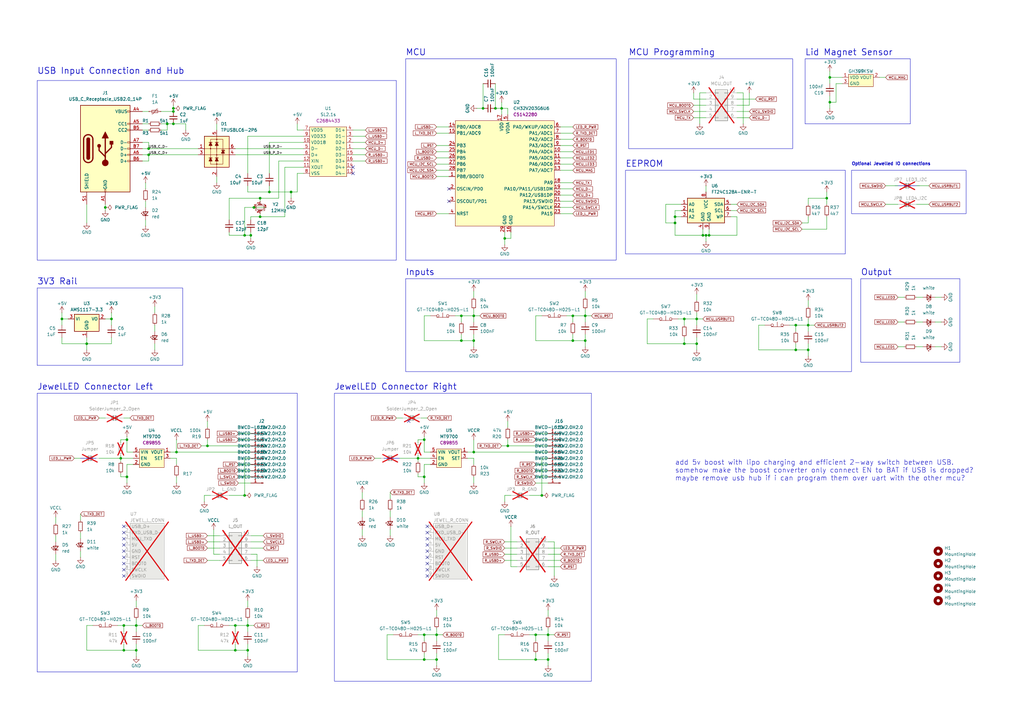
<source format=kicad_sch>
(kicad_sch (version 20231120) (generator "eeschema") (generator_version "8.0")
  (paper "A3")
  (title_block (title "JewelLED/LuxAura LuxCharge charging cradle") (date "2025-02-09") (rev "0.2") (company "Matthias Nowak @matthiasnowak"))
  (junction (at 101.6 256.54))
  (junction (at 331.47 133.35))
  (junction (at 68.58 50.8))
  (junction (at 45.72 130.81))
  (junction (at 25.4 130.81))
  (junction (at 106.68 88.9))
  (junction (at 71.12 44.45))
  (junction (at 224.79 260.35))
  (junction (at 326.39 143.51))
  (junction (at 208.28 182.88))
  (junction (at 340.36 31.75))
  (junction (at 60.96 63.5))
  (junction (at 171.45 187.96))
  (junction (at 198.12 44.45))
  (junction (at 102.87 96.52))
  (junction (at 189.23 139.7))
  (junction (at 280.67 140.97))
  (junction (at 240.03 139.7))
  (junction (at 189.23 129.54))
  (junction (at 71.12 50.8))
  (junction (at 52.07 180.34))
  (junction (at 219.71 270.51))
  (junction (at 173.99 270.51))
  (junction (at 194.31 129.54))
  (junction (at 60.96 60.96))
  (junction (at 224.79 270.51))
  (junction (at 52.07 195.58))
  (junction (at 194.31 139.7))
  (junction (at 285.75 140.97))
  (junction (at 106.68 81.28))
  (junction (at 119.38 78.74))
  (junction (at 240.03 129.54))
  (junction (at 173.99 260.35))
  (junction (at 234.95 129.54))
  (junction (at 72.39 185.42))
  (junction (at 194.31 185.42))
  (junction (at 173.99 180.34))
  (junction (at 289.56 96.52))
  (junction (at 55.88 266.7))
  (junction (at 55.88 256.54))
  (junction (at 101.6 266.7))
  (junction (at 340.36 41.91))
  (junction (at 100.33 203.2))
  (junction (at 50.8 266.7))
  (junction (at 43.18 85.09))
  (junction (at 207.01 97.79))
  (junction (at 71.12 45.72))
  (junction (at 96.52 266.7))
  (junction (at 276.86 91.44))
  (junction (at 100.33 96.52))
  (junction (at 276.86 88.9))
  (junction (at 285.75 130.81))
  (junction (at 85.09 182.88))
  (junction (at 222.25 203.2))
  (junction (at 234.95 139.7))
  (junction (at 179.07 260.35))
  (junction (at 104.14 85.09))
  (junction (at 339.09 81.28))
  (junction (at 326.39 133.35))
  (junction (at 205.74 44.45))
  (junction (at 50.8 256.54))
  (junction (at 96.52 256.54))
  (junction (at 110.49 78.74))
  (junction (at 280.67 130.81))
  (junction (at 288.29 96.52))
  (junction (at 49.53 187.96))
  (junction (at 290.83 96.52))
  (junction (at 219.71 260.35))
  (junction (at 35.56 140.97))
  (junction (at 203.2 44.45))
  (junction (at 331.47 143.51))
  (junction (at 173.99 195.58))
  (junction (at 179.07 270.51))
  (no_connect (at 144.78 68.58))
  (no_connect (at 50.8 231.14))
  (no_connect (at 50.8 220.98))
  (no_connect (at 50.8 215.9))
  (no_connect (at 175.26 218.44))
  (no_connect (at 175.26 233.68))
  (no_connect (at 175.26 223.52))
  (no_connect (at 175.26 231.14))
  (no_connect (at 50.8 226.06))
  (no_connect (at 50.8 223.52))
  (no_connect (at 50.8 233.68))
  (no_connect (at 175.26 215.9))
  (no_connect (at 175.26 236.22))
  (no_connect (at 50.8 236.22))
  (no_connect (at 144.78 71.12))
  (no_connect (at 184.15 82.55))
  (no_connect (at 167.64 172.72))
  (no_connect (at 184.15 77.47))
  (no_connect (at 50.8 218.44))
  (no_connect (at 175.26 220.98))
  (no_connect (at 175.26 226.06))
  (no_connect (at 50.8 228.6))
  (no_connect (at 175.26 228.6))
  (wire (pts (xy 101.6 266.7) (xy 101.6 269.24)))
  (wire (pts (xy 368.3 132.08) (xy 370.84 132.08)))
  (wire (pts (xy 299.72 86.36) (xy 302.26 86.36)))
  (wire (pts (xy 173.99 195.58) (xy 173.99 198.12)))
  (wire (pts (xy 104.14 85.09) (xy 100.33 85.09)))
  (wire (pts (xy 101.6 55.88) (xy 124.46 55.88)))
  (wire (pts (xy 173.99 185.42) (xy 176.53 185.42)))
  (wire (pts (xy 224.79 257.81) (xy 224.79 260.35)))
  (wire (pts (xy 184.15 72.39) (xy 179.07 72.39)))
  (wire (pts (xy 100.33 96.52) (xy 93.98 96.52)))
  (wire (pts (xy 194.31 190.5) (xy 194.31 187.96)))
  (wire (pts (xy 72.39 187.96) (xy 69.85 187.96)))
  (wire (pts (xy 144.78 55.88) (xy 149.86 55.88)))
  (wire (pts (xy 52.07 190.5) (xy 52.07 195.58)))
  (wire (pts (xy 162.56 171.45) (xy 165.1 171.45)))
  (wire (pts (xy 179.07 59.69) (xy 184.15 59.69)))
  (wire (pts (xy 104.14 85.09) (xy 109.22 85.09)))
  (wire (pts (xy 219.71 177.8) (xy 224.79 177.8)))
  (wire (pts (xy 203.2 34.29) (xy 203.2 44.45)))
  (wire (pts (xy 171.45 195.58) (xy 173.99 195.58)))
  (wire (pts (xy 224.79 250.19) (xy 224.79 252.73)))
  (wire (pts (xy 121.92 50.8) (xy 121.92 53.34)))
  (wire (pts (xy 194.31 195.58) (xy 194.31 198.12)))
  (wire (pts (xy 121.92 53.34) (xy 124.46 53.34)))
  (wire (pts (xy 195.58 44.45) (xy 198.12 44.45)))
  (wire (pts (xy 81.28 266.7) (xy 81.28 256.54)))
  (wire (pts (xy 307.34 48.26) (xy 302.26 48.26)))
  (wire (pts (xy 311.15 143.51) (xy 326.39 143.51)))
  (wire (pts (xy 285.75 130.81) (xy 288.29 130.81)))
  (wire (pts (xy 205.74 182.88) (xy 208.28 182.88)))
  (wire (pts (xy 85.09 180.34) (xy 85.09 182.88)))
  (wire (pts (xy 48.26 256.54) (xy 50.8 256.54)))
  (wire (pts (xy 173.99 180.34) (xy 173.99 185.42)))
  (wire (pts (xy 189.23 129.54) (xy 194.31 129.54)))
  (wire (pts (xy 35.56 266.7) (xy 50.8 266.7)))
  (wire (pts (xy 160.02 217.17) (xy 160.02 219.71)))
  (wire (pts (xy 289.56 76.2) (xy 289.56 78.74)))
  (wire (pts (xy 209.55 97.79) (xy 209.55 95.25)))
  (wire (pts (xy 45.72 130.81) (xy 43.18 130.81)))
  (wire (pts (xy 102.87 88.9) (xy 106.68 88.9)))
  (wire (pts (xy 273.05 83.82) (xy 273.05 91.44)))
  (wire (pts (xy 203.2 44.45) (xy 205.74 44.45)))
  (wire (pts (xy 184.15 87.63) (xy 179.07 87.63)))
  (wire (pts (xy 121.92 78.74) (xy 119.38 78.74)))
  (wire (pts (xy 311.15 133.35) (xy 313.69 133.35)))
  (wire (pts (xy 331.47 143.51) (xy 331.47 146.05)))
  (wire (pts (xy 207.01 203.2) (xy 209.55 203.2)))
  (wire (pts (xy 234.95 139.7) (xy 240.03 139.7)))
  (wire (pts (xy 96.52 266.7) (xy 101.6 266.7)))
  (wire (pts (xy 124.46 68.58) (xy 116.84 68.58)))
  (wire (pts (xy 340.36 31.75) (xy 345.44 31.75)))
  (wire (pts (xy 110.49 78.74) (xy 110.49 76.2)))
  (wire (pts (xy 22.86 212.09) (xy 22.86 214.63)))
  (wire (pts (xy 234.95 129.54) (xy 240.03 129.54)))
  (wire (pts (xy 229.87 87.63) (xy 234.95 87.63)))
  (wire (pts (xy 55.88 256.54) (xy 58.42 256.54)))
  (wire (pts (xy 173.99 179.07) (xy 173.99 180.34)))
  (wire (pts (xy 194.31 129.54) (xy 196.85 129.54)))
  (wire (pts (xy 144.78 58.42) (xy 149.86 58.42)))
  (wire (pts (xy 224.79 227.33) (xy 229.87 227.33)))
  (wire (pts (xy 194.31 185.42) (xy 224.79 185.42)))
  (wire (pts (xy 219.71 139.7) (xy 219.71 129.54)))
  (wire (pts (xy 100.33 203.2) (xy 100.33 187.96)))
  (wire (pts (xy 208.28 180.34) (xy 208.28 182.88)))
  (wire (pts (xy 311.15 143.51) (xy 311.15 133.35)))
  (wire (pts (xy 105.41 227.33) (xy 102.87 227.33)))
  (wire (pts (xy 194.31 127) (xy 194.31 129.54)))
  (wire (pts (xy 100.33 187.96) (xy 102.87 187.96)))
  (wire (pts (xy 101.6 246.38) (xy 101.6 248.92)))
  (wire (pts (xy 96.52 60.96) (xy 124.46 60.96)))
  (wire (pts (xy 102.87 229.87) (xy 107.95 229.87)))
  (wire (pts (xy 58.42 53.34) (xy 60.96 53.34)))
  (wire (pts (xy 102.87 195.58) (xy 97.79 195.58)))
  (wire (pts (xy 340.36 41.91) (xy 340.36 44.45)))
  (wire (pts (xy 172.72 171.45) (xy 175.26 171.45)))
  (wire (pts (xy 339.09 81.28) (xy 331.47 81.28)))
  (wire (pts (xy 171.45 186.69) (xy 171.45 187.96)))
  (wire (pts (xy 302.26 88.9) (xy 299.72 88.9)))
  (wire (pts (xy 331.47 133.35) (xy 331.47 135.89)))
  (wire (pts (xy 83.82 203.2) (xy 86.36 203.2)))
  (wire (pts (xy 171.45 181.61) (xy 171.45 180.34)))
  (wire (pts (xy 229.87 85.09) (xy 234.95 85.09)))
  (wire (pts (xy 240.03 139.7) (xy 240.03 142.24)))
  (wire (pts (xy 212.09 222.25) (xy 207.01 222.25)))
  (wire (pts (xy 323.85 133.35) (xy 326.39 133.35)))
  (wire (pts (xy 173.99 190.5) (xy 176.53 190.5)))
  (wire (pts (xy 72.39 195.58) (xy 72.39 198.12)))
  (wire (pts (xy 52.07 185.42) (xy 54.61 185.42)))
  (wire (pts (xy 342.9 34.29) (xy 342.9 41.91)))
  (wire (pts (xy 284.48 40.64) (xy 289.56 40.64)))
  (wire (pts (xy 331.47 91.44) (xy 331.47 88.9)))
  (wire (pts (xy 158.75 270.51) (xy 158.75 260.35)))
  (wire (pts (xy 222.25 187.96) (xy 224.79 187.96)))
  (wire (pts (xy 240.03 129.54) (xy 240.03 132.08)))
  (wire (pts (xy 276.86 91.44) (xy 276.86 88.9)))
  (wire (pts (xy 49.53 195.58) (xy 52.07 195.58)))
  (wire (pts (xy 229.87 64.77) (xy 234.95 64.77)))
  (wire (pts (xy 224.79 224.79) (xy 229.87 224.79)))
  (wire (pts (xy 375.92 142.24) (xy 378.46 142.24)))
  (wire (pts (xy 287.02 38.1) (xy 289.56 38.1)))
  (wire (pts (xy 219.71 267.97) (xy 219.71 270.51)))
  (wire (pts (xy 173.99 260.35) (xy 179.07 260.35)))
  (wire (pts (xy 219.71 190.5) (xy 224.79 190.5)))
  (wire (pts (xy 93.98 256.54) (xy 96.52 256.54)))
  (wire (pts (xy 326.39 143.51) (xy 331.47 143.51)))
  (wire (pts (xy 345.44 34.29) (xy 342.9 34.29)))
  (wire (pts (xy 144.78 53.34) (xy 149.86 53.34)))
  (wire (pts (xy 265.43 140.97) (xy 265.43 130.81)))
  (wire (pts (xy 179.07 62.23) (xy 184.15 62.23)))
  (wire (pts (xy 87.63 227.33) (xy 90.17 227.33)))
  (wire (pts (xy 179.07 257.81) (xy 179.07 260.35)))
  (wire (pts (xy 219.71 270.51) (xy 224.79 270.51)))
  (wire (pts (xy 219.71 260.35) (xy 224.79 260.35)))
  (wire (pts (xy 280.67 130.81) (xy 280.67 133.35)))
  (wire (pts (xy 68.58 50.8) (xy 66.04 50.8)))
  (wire (pts (xy 339.09 81.28) (xy 339.09 83.82)))
  (wire (pts (xy 229.87 77.47) (xy 234.95 77.47)))
  (wire (pts (xy 229.87 57.15) (xy 234.95 57.15)))
  (wire (pts (xy 144.78 66.04) (xy 149.86 66.04)))
  (wire (pts (xy 102.87 88.9) (xy 102.87 90.17)))
  (wire (pts (xy 148.59 217.17) (xy 148.59 219.71)))
  (wire (pts (xy 287.02 38.1) (xy 287.02 50.8)))
  (wire (pts (xy 229.87 80.01) (xy 234.95 80.01)))
  (wire (pts (xy 204.47 270.51) (xy 204.47 260.35)))
  (polyline (pts (xy 367.03 76.2) (xy 377.19 76.2)))
  (wire (pts (xy 217.17 260.35) (xy 219.71 260.35)))
  (wire (pts (xy 240.03 119.38) (xy 240.03 121.92)))
  (wire (pts (xy 179.07 64.77) (xy 184.15 64.77)))
  (wire (pts (xy 35.56 83.82) (xy 35.56 91.44)))
  (wire (pts (xy 290.83 93.98) (xy 290.83 96.52)))
  (wire (pts (xy 209.55 215.9) (xy 209.55 232.41)))
  (wire (pts (xy 299.72 83.82) (xy 302.26 83.82)))
  (wire (pts (xy 229.87 59.69) (xy 234.95 59.69)))
  (wire (pts (xy 229.87 74.93) (xy 234.95 74.93)))
  (wire (pts (xy 179.07 69.85) (xy 184.15 69.85)))
  (wire (pts (xy 102.87 177.8) (xy 97.79 177.8)))
  (wire (pts (xy 331.47 133.35) (xy 334.01 133.35)))
  (wire (pts (xy 173.99 139.7) (xy 173.99 129.54)))
  (wire (pts (xy 208.28 172.72) (xy 208.28 175.26)))
  (wire (pts (xy 101.6 264.16) (xy 101.6 266.7)))
  (wire (pts (xy 71.12 43.18) (xy 71.12 44.45)))
  (wire (pts (xy 285.75 138.43) (xy 285.75 140.97)))
  (wire (pts (xy 105.41 232.41) (xy 105.41 227.33)))
  (wire (pts (xy 119.38 78.74) (xy 119.38 81.28)))
  (wire (pts (xy 368.3 121.92) (xy 370.84 121.92)))
  (wire (pts (xy 179.07 270.51) (xy 179.07 273.05)))
  (wire (pts (xy 88.9 50.8) (xy 88.9 53.34)))
  (wire (pts (xy 114.3 66.04) (xy 114.3 81.28)))
  (wire (pts (xy 307.34 45.72) (xy 302.26 45.72)))
  (wire (pts (xy 60.96 60.96) (xy 81.28 60.96)))
  (wire (pts (xy 40.64 171.45) (xy 43.18 171.45)))
  (wire (pts (xy 158.75 260.35) (xy 161.29 260.35)))
  (wire (pts (xy 43.18 83.82) (xy 43.18 85.09)))
  (wire (pts (xy 121.92 71.12) (xy 121.92 78.74)))
  (wire (pts (xy 207.01 97.79) (xy 209.55 97.79)))
  (wire (pts (xy 72.39 180.34) (xy 72.39 185.42)))
  (wire (pts (xy 102.87 219.71) (xy 107.95 219.71)))
  (wire (pts (xy 144.78 63.5) (xy 149.86 63.5)))
  (wire (pts (xy 58.42 58.42) (xy 60.96 58.42)))
  (wire (pts (xy 52.07 180.34) (xy 52.07 185.42)))
  (wire (pts (xy 280.67 140.97) (xy 285.75 140.97)))
  (wire (pts (xy 35.56 256.54) (xy 38.1 256.54)))
  (wire (pts (xy 124.46 66.04) (xy 114.3 66.04)))
  (wire (pts (xy 194.31 180.34) (xy 194.31 185.42)))
  (polyline (pts (xy 33.02 187.96) (xy 39.37 187.96)))
  (wire (pts (xy 340.36 41.91) (xy 340.36 39.37)))
  (wire (pts (xy 110.49 58.42) (xy 124.46 58.42)))
  (wire (pts (xy 240.03 129.54) (xy 242.57 129.54)))
  (wire (pts (xy 33.02 218.44) (xy 33.02 220.98)))
  (wire (pts (xy 25.4 130.81) (xy 27.94 130.81)))
  (wire (pts (xy 85.09 172.72) (xy 85.09 175.26)))
  (wire (pts (xy 307.34 43.18) (xy 302.26 43.18)))
  (wire (pts (xy 72.39 190.5) (xy 72.39 187.96)))
  (wire (pts (xy 265.43 140.97) (xy 280.67 140.97)))
  (wire (pts (xy 160.02 201.93) (xy 160.02 204.47)))
  (wire (pts (xy 208.28 44.45) (xy 205.74 44.45)))
  (wire (pts (xy 93.98 81.28) (xy 93.98 90.17)))
  (wire (pts (xy 59.69 90.17) (xy 59.69 92.71)))
  (wire (pts (xy 25.4 133.35) (xy 25.4 130.81)))
  (wire (pts (xy 173.99 129.54) (xy 176.53 129.54)))
  (wire (pts (xy 234.95 129.54) (xy 234.95 132.08)))
  (wire (pts (xy 278.13 130.81) (xy 280.67 130.81)))
  (wire (pts (xy 273.05 83.82) (xy 279.4 83.82)))
  (wire (pts (xy 284.48 43.18) (xy 289.56 43.18)))
  (wire (pts (xy 224.79 260.35) (xy 224.79 262.89)))
  (wire (pts (xy 227.33 222.25) (xy 224.79 222.25)))
  (wire (pts (xy 49.53 189.23) (xy 49.53 187.96)))
  (wire (pts (xy 40.64 187.96) (xy 49.53 187.96)))
  (wire (pts (xy 276.86 86.36) (xy 279.4 86.36)))
  (wire (pts (xy 35.56 140.97) (xy 35.56 138.43)))
  (wire (pts (xy 219.71 129.54) (xy 222.25 129.54)))
  (wire (pts (xy 35.56 140.97) (xy 35.56 143.51)))
  (wire (pts (xy 148.59 201.93) (xy 148.59 204.47)))
  (wire (pts (xy 76.2 50.8) (xy 71.12 50.8)))
  (wire (pts (xy 342.9 41.91) (xy 340.36 41.91)))
  (wire (pts (xy 87.63 217.17) (xy 87.63 227.33)))
  (wire (pts (xy 289.56 96.52) (xy 289.56 99.06)))
  (wire (pts (xy 302.26 38.1) (xy 304.8 38.1)))
  (wire (pts (xy 50.8 256.54) (xy 50.8 259.08)))
  (wire (pts (xy 189.23 129.54) (xy 189.23 132.08)))
  (wire (pts (xy 63.5 125.73) (xy 63.5 128.27)))
  (wire (pts (xy 219.71 260.35) (xy 219.71 262.89)))
  (wire (pts (xy 198.12 34.29) (xy 198.12 44.45)))
  (wire (pts (xy 186.69 129.54) (xy 189.23 129.54)))
  (wire (pts (xy 340.36 34.29) (xy 340.36 31.75)))
  (wire (pts (xy 88.9 72.39) (xy 88.9 74.93)))
  (wire (pts (xy 52.07 179.07) (xy 52.07 180.34)))
  (wire (pts (xy 229.87 69.85) (xy 234.95 69.85)))
  (wire (pts (xy 102.87 198.12) (xy 97.79 198.12)))
  (wire (pts (xy 35.56 140.97) (xy 45.72 140.97)))
  (wire (pts (xy 326.39 133.35) (xy 326.39 135.89)))
  (wire (pts (xy 224.79 270.51) (xy 224.79 273.05)))
  (wire (pts (xy 194.31 137.16) (xy 194.31 139.7)))
  (wire (pts (xy 52.07 195.58) (xy 52.07 198.12)))
  (wire (pts (xy 66.04 53.34) (xy 68.58 53.34)))
  (wire (pts (xy 383.54 121.92) (xy 386.08 121.92)))
  (wire (pts (xy 25.4 128.27) (xy 25.4 130.81)))
  (wire (pts (xy 110.49 78.74) (xy 119.38 78.74)))
  (wire (pts (xy 106.68 81.28) (xy 106.68 82.55)))
  (wire (pts (xy 224.79 267.97) (xy 224.79 270.51)))
  (wire (pts (xy 229.87 82.55) (xy 234.95 82.55)))
  (wire (pts (xy 58.42 63.5) (xy 60.96 63.5)))
  (wire (pts (xy 219.71 139.7) (xy 234.95 139.7)))
  (wire (pts (xy 173.99 270.51) (xy 179.07 270.51)))
  (wire (pts (xy 229.87 54.61) (xy 234.95 54.61)))
  (wire (pts (xy 276.86 88.9) (xy 279.4 88.9)))
  (wire (pts (xy 55.88 256.54) (xy 55.88 259.08)))
  (wire (pts (xy 68.58 53.34) (xy 68.58 50.8)))
  (wire (pts (xy 52.07 190.5) (xy 54.61 190.5)))
  (wire (pts (xy 43.18 85.09) (xy 43.18 86.36)))
  (wire (pts (xy 30.48 187.96) (xy 33.02 187.96)))
  (wire (pts (xy 72.39 185.42) (xy 102.87 185.42)))
  (wire (pts (xy 71.12 44.45) (xy 71.12 45.72)))
  (wire (pts (xy 265.43 130.81) (xy 267.97 130.81)))
  (wire (pts (xy 63.5 140.97) (xy 63.5 143.51)))
  (wire (pts (xy 194.31 129.54) (xy 194.31 132.08)))
  (wire (pts (xy 59.69 82.55) (xy 59.69 85.09)))
  (wire (pts (xy 81.28 266.7) (xy 96.52 266.7)))
  (wire (pts (xy 148.59 209.55) (xy 148.59 212.09)))
  (wire (pts (xy 219.71 180.34) (xy 224.79 180.34)))
  (wire (pts (xy 194.31 187.96) (xy 191.77 187.96)))
  (wire (pts (xy 375.92 132.08) (xy 378.46 132.08)))
  (wire (pts (xy 158.75 270.51) (xy 173.99 270.51)))
  (wire (pts (xy 232.41 129.54) (xy 234.95 129.54)))
  (wire (pts (xy 285.75 140.97) (xy 285.75 143.51)))
  (wire (pts (xy 81.28 256.54) (xy 83.82 256.54)))
  (wire (pts (xy 69.85 185.42) (xy 72.39 185.42)))
  (wire (pts (xy 207.01 97.79) (xy 207.01 100.33)))
  (wire (pts (xy 49.53 181.61) (xy 49.53 180.34)))
  (wire (pts (xy 276.86 91.44) (xy 276.86 96.52)))
  (wire (pts (xy 49.53 187.96) (xy 54.61 187.96)))
  (wire (pts (xy 63.5 133.35) (xy 63.5 135.89)))
  (wire (pts (xy 326.39 133.35) (xy 331.47 133.35)))
  (wire (pts (xy 58.42 45.72) (xy 60.96 45.72)))
  (wire (pts (xy 224.79 260.35) (xy 227.33 260.35)))
  (wire (pts (xy 85.09 182.88) (xy 82.55 182.88)))
  (wire (pts (xy 124.46 71.12) (xy 121.92 71.12)))
  (wire (pts (xy 173.99 260.35) (xy 173.99 262.89)))
  (wire (pts (xy 102.87 95.25) (xy 102.87 96.52)))
  (wire (pts (xy 375.92 76.2) (xy 381 76.2)))
  (wire (pts (xy 189.23 139.7) (xy 194.31 139.7)))
  (wire (pts (xy 284.48 38.1) (xy 284.48 40.64)))
  (wire (pts (xy 280.67 138.43) (xy 280.67 140.97)))
  (wire (pts (xy 173.99 139.7) (xy 189.23 139.7)))
  (wire (pts (xy 302.26 96.52) (xy 302.26 88.9)))
  (wire (pts (xy 194.31 139.7) (xy 194.31 142.24)))
  (wire (pts (xy 179.07 54.61) (xy 184.15 54.61)))
  (wire (pts (xy 273.05 91.44) (xy 276.86 91.44)))
  (wire (pts (xy 102.87 180.34) (xy 97.79 180.34)))
  (wire (pts (xy 229.87 62.23) (xy 234.95 62.23)))
  (wire (pts (xy 35.56 266.7) (xy 35.56 256.54)))
  (wire (pts (xy 219.71 198.12) (xy 224.79 198.12)))
  (wire (pts (xy 101.6 256.54) (xy 101.6 259.08)))
  (wire (pts (xy 101.6 256.54) (xy 104.14 256.54)))
  (wire (pts (xy 71.12 50.8) (xy 68.58 50.8)))
  (wire (pts (xy 368.3 142.24) (xy 370.84 142.24)))
  (wire (pts (xy 160.02 209.55) (xy 160.02 212.09)))
  (wire (pts (xy 173.99 267.97) (xy 173.99 270.51)))
  (wire (pts (xy 90.17 229.87) (xy 85.09 229.87)))
  (wire (pts (xy 102.87 182.88) (xy 85.09 182.88)))
  (wire (pts (xy 285.75 128.27) (xy 285.75 130.81)))
  (wire (pts (xy 375.92 83.82) (xy 381 83.82)))
  (wire (pts (xy 331.47 123.19) (xy 331.47 125.73)))
  (wire (pts (xy 116.84 68.58) (xy 116.84 88.9)))
  (wire (pts (xy 102.87 224.79) (xy 107.95 224.79)))
  (wire (pts (xy 363.22 76.2) (xy 368.3 76.2)))
  (wire (pts (xy 93.98 203.2) (xy 100.33 203.2)))
  (wire (pts (xy 276.86 88.9) (xy 276.86 86.36)))
  (wire (pts (xy 102.87 222.25) (xy 107.95 222.25)))
  (polyline (pts (xy 157.48 187.96) (xy 163.83 187.96)))
  (wire (pts (xy 288.29 93.98) (xy 288.29 96.52)))
  (wire (pts (xy 288.29 96.52) (xy 289.56 96.52)))
  (wire (pts (xy 383.54 142.24) (xy 386.08 142.24)))
  (wire (pts (xy 284.48 48.26) (xy 289.56 48.26)))
  (wire (pts (xy 328.93 93.98) (xy 339.09 93.98)))
  (wire (pts (xy 49.53 194.31) (xy 49.53 195.58)))
  (wire (pts (xy 339.09 78.74) (xy 339.09 81.28)))
  (wire (pts (xy 153.67 187.96) (xy 156.21 187.96)))
  (wire (pts (xy 328.93 91.44) (xy 331.47 91.44)))
  (wire (pts (xy 50.8 171.45) (xy 53.34 171.45)))
  (wire (pts (xy 22.86 219.71) (xy 22.86 222.25)))
  (wire (pts (xy 285.75 120.65) (xy 285.75 123.19)))
  (wire (pts (xy 102.87 190.5) (xy 97.79 190.5)))
  (wire (pts (xy 96.52 256.54) (xy 101.6 256.54)))
  (wire (pts (xy 276.86 96.52) (xy 288.29 96.52)))
  (wire (pts (xy 60.96 60.96) (xy 60.96 58.42)))
  (wire (pts (xy 240.03 137.16) (xy 240.03 139.7)))
  (wire (pts (xy 340.36 29.21) (xy 340.36 31.75)))
  (wire (pts (xy 96.52 63.5) (xy 124.46 63.5)))
  (wire (pts (xy 102.87 96.52) (xy 100.33 96.52)))
  (wire (pts (xy 207.01 205.74) (xy 207.01 203.2)))
  (wire (pts (xy 55.88 266.7) (xy 55.88 269.24)))
  (wire (pts (xy 45.72 128.27) (xy 45.72 130.81)))
  (wire (pts (xy 90.17 219.71) (xy 85.09 219.71)))
  (wire (pts (xy 33.02 210.82) (xy 33.02 213.36)))
  (wire (pts (xy 102.87 193.04) (xy 97.79 193.04)))
  (wire (pts (xy 55.88 254) (xy 55.88 256.54)))
  (wire (pts (xy 383.54 132.08) (xy 386.08 132.08)))
  (wire (pts (xy 363.22 83.82) (xy 368.3 83.82)))
  (wire (pts (xy 224.79 232.41) (xy 229.87 232.41)))
  (wire (pts (xy 163.83 187.96) (xy 171.45 187.96)))
  (wire (pts (xy 66.04 45.72) (xy 71.12 45.72)))
  (wire (pts (xy 229.87 67.31) (xy 234.95 67.31)))
  (wire (pts (xy 171.45 187.96) (xy 176.53 187.96)))
  (wire (pts (xy 331.47 130.81) (xy 331.47 133.35)))
  (wire (pts (xy 59.69 74.93) (xy 59.69 77.47)))
  (wire (pts (xy 171.45 260.35) (xy 173.99 260.35)))
  (wire (pts (xy 375.92 121.92) (xy 378.46 121.92)))
  (wire (pts (xy 204.47 270.51) (xy 219.71 270.51)))
  (wire (pts (xy 101.6 71.12) (xy 101.6 55.88)))
  (wire (pts (xy 171.45 180.34) (xy 173.99 180.34)))
  (wire (pts (xy 179.07 260.35) (xy 181.61 260.35)))
  (wire (pts (xy 302.26 40.64) (xy 309.88 40.64)))
  (wire (pts (xy 101.6 76.2) (xy 101.6 78.74)))
  (wire (pts (xy 331.47 140.97) (xy 331.47 143.51)))
  (wire (pts (xy 49.53 186.69) (xy 49.53 187.96)))
  (wire (pts (xy 212.09 227.33) (xy 207.01 227.33)))
  (wire (pts (xy 110.49 71.12) (xy 110.49 58.42)))
  (wire (pts (xy 33.02 226.06) (xy 33.02 228.6)))
  (wire (pts (xy 189.23 137.16) (xy 189.23 139.7)))
  (wire (pts (xy 179.07 52.07) (xy 184.15 52.07)))
  (wire (pts (xy 194.31 119.38) (xy 194.31 121.92)))
  (wire (pts (xy 50.8 256.54) (xy 55.88 256.54)))
  (wire (pts (xy 58.42 66.04) (xy 60.96 66.04)))
  (wire (pts (xy 101.6 78.74) (xy 110.49 78.74)))
  (wire (pts (xy 234.95 137.16) (xy 234.95 139.7)))
  (wire (pts (xy 171.45 194.31) (xy 171.45 195.58)))
  (wire (pts (xy 50.8 266.7) (xy 55.88 266.7)))
  (wire (pts (xy 100.33 85.09) (xy 100.33 96.52)))
  (wire (pts (xy 224.79 229.87) (xy 229.87 229.87)))
  (wire (pts (xy 179.07 267.97) (xy 179.07 270.51)))
  (wire (pts (xy 55.88 264.16) (xy 55.88 266.7)))
  (wire (pts (xy 93.98 81.28) (xy 106.68 81.28)))
  (wire (pts (xy 106.68 81.28) (xy 114.3 81.28)))
  (wire (pts (xy 205.74 41.91) (xy 205.74 44.45)))
  (wire (pts (xy 101.6 254) (xy 101.6 256.54)))
  (wire (pts (xy 284.48 45.72) (xy 289.56 45.72)))
  (wire (pts (xy 22.86 227.33) (xy 22.86 229.87)))
  (wire (pts (xy 227.33 236.22) (xy 227.33 222.25)))
  (wire (pts (xy 58.42 60.96) (xy 60.96 60.96)))
  (wire (pts (xy 204.47 260.35) (xy 207.01 260.35)))
  (wire (pts (xy 58.42 50.8) (xy 60.96 50.8)))
  (wire (pts (xy 219.71 195.58) (xy 224.79 195.58)))
  (wire (pts (xy 96.52 264.16) (xy 96.52 266.7)))
  (wire (pts (xy 60.96 63.5) (xy 81.28 63.5)))
  (wire (pts (xy 209.55 232.41) (xy 212.09 232.41)))
  (wire (pts (xy 207.01 95.25) (xy 207.01 97.79)))
  (wire (pts (xy 208.28 182.88) (xy 224.79 182.88)))
  (wire (pts (xy 179.07 67.31) (xy 184.15 67.31)))
  (wire (pts (xy 339.09 93.98) (xy 339.09 88.9)))
  (wire (pts (xy 25.4 140.97) (xy 35.56 140.97)))
  (wire (pts (xy 307.34 38.1) (xy 307.34 43.18)))
  (wire (pts (xy 90.17 224.79) (xy 85.09 224.79)))
  (wire (pts (xy 102.87 96.52) (xy 102.87 97.79)))
  (wire (pts (xy 171.45 189.23) (xy 171.45 187.96)))
  (wire (pts (xy 240.03 127) (xy 240.03 129.54)))
  (wire (pts (xy 280.67 130.81) (xy 285.75 130.81)))
  (wire (pts (xy 290.83 96.52) (xy 302.26 96.52)))
  (wire (pts (xy 205.74 44.45) (xy 205.74 46.99)))
  (wire (pts (xy 326.39 140.97) (xy 326.39 143.51)))
  (wire (pts (xy 179.07 250.19) (xy 179.07 252.73)))
  (wire (pts (xy 49.53 180.34) (xy 52.07 180.34)))
  (wire (pts (xy 106.68 88.9) (xy 116.84 88.9)))
  (wire (pts (xy 45.72 133.35) (xy 45.72 130.81)))
  (wire (pts (xy 50.8 264.16) (xy 50.8 266.7)))
  (wire (pts (xy 173.99 190.5) (xy 173.99 195.58)))
  (wire (pts (xy 304.8 38.1) (xy 304.8 50.8)))
  (wire (pts (xy 76.2 53.34) (xy 76.2 50.8)))
  (wire (pts (xy 96.52 256.54) (xy 96.52 259.08)))
  (wire (pts (xy 285.75 130.81) (xy 285.75 133.35)))
  (wire (pts (xy 229.87 52.07) (xy 234.95 52.07)))
  (wire (pts (xy 191.77 185.42) (xy 194.31 185.42)))
  (wire (pts (xy 93.98 96.52) (xy 93.98 95.25)))
  (wire (pts (xy 144.78 60.96) (xy 149.86 60.96)))
  (wire (pts (xy 289.56 96.52) (xy 290.83 96.52)))
  (wire (pts (xy 208.28 46.99) (xy 208.28 44.45)))
  (wire (pts (xy 360.68 31.75) (xy 363.22 31.75)))
  (wire (pts (xy 83.82 205.74) (xy 83.82 203.2)))
  (wire (pts (xy 90.17 222.25) (xy 85.09 222.25)))
  (wire (pts (xy 60.96 66.04) (xy 60.96 63.5)))
  (wire (pts (xy 212.09 229.87) (xy 207.01 229.87)))
  (wire (pts (xy 45.72 140.97) (xy 45.72 138.43)))
  (wire (pts (xy 219.71 193.04) (xy 224.79 193.04)))
  (wire (pts (xy 217.17 203.2) (xy 222.25 203.2)))
  (wire (pts (xy 179.07 260.35) (xy 179.07 262.89)))
  (wire (pts (xy 331.47 81.28) (xy 331.47 83.82)))
  (wire (pts (xy 212.09 224.79) (xy 207.01 224.79)))
  (wire (pts (xy 25.4 138.43) (xy 25.4 140.97)))
  (wire (pts (xy 55.88 246.38) (xy 55.88 248.92)))
  (wire (pts (xy 222.25 203.2) (xy 222.25 187.96)))
  (wire (pts (xy 106.68 87.63) (xy 106.68 88.9)))
  (rectangle (start 137.16 161.29) (end 242.57 279.4))
  (rectangle (start 349.25 69.85) (end 396.24 87.63))
  (rectangle (start 166.37 24.13) (end 252.73 106.68))
  (rectangle (start 15.24 33.02) (end 162.56 106.68))
  (rectangle (start 353.06 114.3) (end 393.7 148.59))
  (rectangle (start 330.2 24.13) (end 373.38 50.8))
  (rectangle (start 257.81 24.13) (end 325.12 60.96))
  (rectangle (start 256.54 69.85) (end 346.71 104.14))
  (rectangle (start 15.24 161.29) (end 121.92 275.59))
  (rectangle (start 15.24 118.11) (end 74.93 149.86))
  (rectangle (start 166.37 114.3) (end 349.25 152.4))
  (text "3V3 Rail" (at 15.24 115.57 0) (effects (font (size 2.54 2.54) (thickness 0.254) (bold yes)) (justify left)))
  (text "JewelLED Connector Left" (at 15.24 158.75 0) (effects (font (size 2.54 2.54) (thickness 0.254) (bold yes)) (justify left)))
  (text "JewelLED Connector Right" (at 137.16 158.75 0) (effects (font (size 2.54 2.54) (thickness 0.254) (bold yes)) (justify left)))
  (text "EEPROM" (at 256.54 67.31 0) (effects (font (size 2.54 2.54) (thickness 0.254) (bold yes)) (justify left)))
  (text "Optional Jewelled IO connections" (at 349.25 67.31 0) (effects (font (size 1.27 1.27) (thickness 0.254) (bold yes)) (justify left)))
  (text "Inputs" (at 166.37 111.76 0) (effects (font (size 2.54 2.54) (thickness 0.254) (bold yes)) (justify left)))
  (text "USB Input Connection and Hub" (at 15.24 29.21 0) (effects (font (size 2.54 2.54) (thickness 0.254) (bold yes)) (justify left)))
  (text "MCU" (at 166.37 21.59 0) (effects (font (size 2.54 2.54) (thickness 0.254) (bold yes)) (justify left)))
  (text "MCU Programming" (at 257.81 21.59 0) (effects (font (size 2.54 2.54) (thickness 0.254) (bold yes)) (justify left)))
  (text "add 5v boost with lipo charging and efficient 2-way switch between USB.\nsomehow make the boost converter only connect EN to BAT if USB is dropped?\nmaybe remove usb hub if i can program them over uart with the other mcu?" (at 276.86 193.04 0) (effects (font (size 2 2)) (justify left)))
  (text "Lid Magnet Sensor" (at 330.2 21.59 0) (effects (font (size 2.54 2.54) (thickness 0.254) (bold yes)) (justify left)))
  (text "Output" (at 353.06 111.76 0) (effects (font (size 2.54 2.54) (thickness 0.254) (bold yes)) (justify left)))
  (label "USB_C_D+" (at 60.96 63.5 0) (effects (font (size 1 1))))
  (label "USB_P_D+" (at 107.95 63.5 0) (effects (font (size 1 1))))
  (label "USB_C_D-" (at 60.96 60.96 0) (effects (font (size 1 1))))
  (label "USB_P_D-" (at 107.95 60.96 0) (effects (font (size 1 1))))
  (global_label "R_USBD-" (shape input) (at 219.71 180.34 180) (effects (font (size 1 1))) (property "Intersheetrefs" "${INTERSHEET_REFS}" (effects (hide yes))))
  (global_label "R_USBD+" (shape input) (at 207.01 229.87 180) (effects (font (size 1 1))) (property "Intersheetrefs" "${INTERSHEET_REFS}" (effects (hide yes))))
  (global_label "L_BOOT0" (shape input) (at 179.07 62.23 180) (effects (font (size 1 1))) (property "Intersheetrefs" "${INTERSHEET_REFS}" (effects (hide yes))))
  (global_label "MCU_I2C_SDA" (shape input) (at 302.26 83.82 0) (effects (font (size 1 1))) (property "Intersheetrefs" "${INTERSHEET_REFS}" (effects (hide yes))))
  (global_label "MCU_BOOT0" (shape input) (at 179.07 72.39 180) (effects (font (size 1 1))) (property "Intersheetrefs" "${INTERSHEET_REFS}" (effects (hide yes))))
  (global_label "L_TXD_DET" (shape input) (at 179.07 54.61 180) (effects (font (size 1 1))) (property "Intersheetrefs" "${INTERSHEET_REFS}" (effects (hide yes))))
  (global_label "LED_R_PWR" (shape input) (at 229.87 224.79 0) (effects (font (size 1 1))) (property "Intersheetrefs" "${INTERSHEET_REFS}" (effects (hide yes))))
  (global_label "L_SWCLK" (shape input) (at 97.79 195.58 180) (effects (font (size 1 1))) (property "Intersheetrefs" "${INTERSHEET_REFS}" (effects (hide yes))))
  (global_label "R_BOOT0" (shape input) (at 181.61 260.35 0) (effects (font (size 1 1))) (property "Intersheetrefs" "${INTERSHEET_REFS}" (effects (hide yes))))
  (global_label "MCU_LED1" (shape input) (at 234.95 62.23 0) (effects (font (size 1 1))) (property "Intersheetrefs" "${INTERSHEET_REFS}" (effects (hide yes))))
  (global_label "MCU_I2C_SCL" (shape input) (at 328.93 93.98 180) (effects (font (size 1 1))) (property "Intersheetrefs" "${INTERSHEET_REFS}" (effects (hide yes))))
  (global_label "LED_R_PWR" (shape input) (at 153.67 187.96 180) (effects (font (size 1 1))) (property "Intersheetrefs" "${INTERSHEET_REFS}" (effects (hide yes))))
  (global_label "R_TXD_DET" (shape input) (at 229.87 227.33 0) (effects (font (size 1 1))) (property "Intersheetrefs" "${INTERSHEET_REFS}" (effects (hide yes))))
  (global_label "L_BOOT0" (shape input) (at 85.09 224.79 180) (effects (font (size 1 1))) (property "Intersheetrefs" "${INTERSHEET_REFS}" (effects (hide yes))))
  (global_label "MCU_D+" (shape input) (at 149.86 58.42 0) (effects (font (size 1 1))) (property "Intersheetrefs" "${INTERSHEET_REFS}" (effects (hide yes))))
  (global_label "MCU_LED3" (shape input) (at 368.3 121.92 180) (effects (font (size 1 1))) (property "Intersheetrefs" "${INTERSHEET_REFS}" (effects (hide yes))))
  (global_label "R_TXD_DET" (shape input) (at 205.74 182.88 180) (effects (font (size 1 1))) (property "Intersheetrefs" "${INTERSHEET_REFS}" (effects (hide yes))))
  (global_label "L_RST" (shape input) (at 179.07 59.69 180) (effects (font (size 1 1))) (property "Intersheetrefs" "${INTERSHEET_REFS}" (effects (hide yes))))
  (global_label "MCU_D-" (shape input) (at 234.95 77.47 0) (effects (font (size 1 1))) (property "Intersheetrefs" "${INTERSHEET_REFS}" (effects (hide yes))))
  (global_label "R_RST" (shape input) (at 227.33 260.35 0) (effects (font (size 1 1))) (property "Intersheetrefs" "${INTERSHEET_REFS}" (effects (hide yes))))
  (global_label "MCU_SWDIO" (shape input) (at 363.22 76.2 180) (effects (font (size 1 1))) (property "Intersheetrefs" "${INTERSHEET_REFS}" (effects (hide yes))))
  (global_label "R_USBD+" (shape input) (at 149.86 66.04 0) (effects (font (size 1 1))) (property "Intersheetrefs" "${INTERSHEET_REFS}" (effects (hide yes))))
  (global_label "MCU_SWCLK" (shape input) (at 234.95 85.09 0) (effects (font (size 1 1))) (property "Intersheetrefs" "${INTERSHEET_REFS}" (effects (hide yes))))
  (global_label "R_TXD_DET" (shape input) (at 234.95 54.61 0) (effects (font (size 1 1))) (property "Intersheetrefs" "${INTERSHEET_REFS}" (effects (hide yes))))
  (global_label "L_SWCLK" (shape input) (at 107.95 222.25 0) (effects (font (size 1 1))) (property "Intersheetrefs" "${INTERSHEET_REFS}" (effects (hide yes))))
  (global_label "R_TXD_DET" (shape input) (at 175.26 171.45 0) (effects (font (size 1 1))) (property "Intersheetrefs" "${INTERSHEET_REFS}" (effects (hide yes))))
  (global_label "MCU_I2C_SDA" (shape input) (at 179.07 69.85 180) (effects (font (size 1 1))) (property "Intersheetrefs" "${INTERSHEET_REFS}" (effects (hide yes))))
  (global_label "L_BOOT0" (shape input) (at 97.79 193.04 180) (effects (font (size 1 1))) (property "Intersheetrefs" "${INTERSHEET_REFS}" (effects (hide yes))))
  (global_label "MCU_RST" (shape input) (at 179.07 87.63 180) (effects (font (size 1 1))) (property "Intersheetrefs" "${INTERSHEET_REFS}" (effects (hide yes))))
  (global_label "MCU_D-" (shape input) (at 307.34 48.26 0) (effects (font (size 1 1))) (property "Intersheetrefs" "${INTERSHEET_REFS}" (effects (hide yes))))
  (global_label "MCU_D+" (shape input) (at 234.95 80.01 0) (effects (font (size 1 1))) (property "Intersheetrefs" "${INTERSHEET_REFS}" (effects (hide yes))))
  (global_label "MCU_LED2" (shape input) (at 234.95 64.77 0) (effects (font (size 1 1))) (property "Intersheetrefs" "${INTERSHEET_REFS}" (effects (hide yes))))
  (global_label "R_SWDIO" (shape input) (at 207.01 224.79 180) (effects (font (size 1 1))) (property "Intersheetrefs" "${INTERSHEET_REFS}" (effects (hide yes))))
  (global_label "LED_L_PWR" (shape input) (at 30.48 187.96 180) (effects (font (size 1 1))) (property "Intersheetrefs" "${INTERSHEET_REFS}" (effects (hide yes))))
  (global_label "MCU_USRBUT1" (shape input) (at 381 76.2 0) (effects (font (size 1 1))) (property "Intersheetrefs" "${INTERSHEET_REFS}" (effects (hide yes))))
  (global_label "LED_L_PWR" (shape input) (at 107.95 229.87 0) (effects (font (size 1 1))) (property "Intersheetrefs" "${INTERSHEET_REFS}" (effects (hide yes))))
  (global_label "MCU_I2C_SDA" (shape input) (at 328.93 91.44 180) (effects (font (size 1 1))) (property "Intersheetrefs" "${INTERSHEET_REFS}" (effects (hide yes))))
  (global_label "MCU_BOOT0" (shape input) (at 284.48 43.18 180) (effects (font (size 1 1))) (property "Intersheetrefs" "${INTERSHEET_REFS}" (effects (hide yes))))
  (global_label "L_USBD+" (shape input) (at 149.86 53.34 0) (effects (font (size 1 1))) (property "Intersheetrefs" "${INTERSHEET_REFS}" (effects (hide yes))))
  (global_label "L_USBD-" (shape input) (at 97.79 180.34 180) (effects (font (size 1 1))) (property "Intersheetrefs" "${INTERSHEET_REFS}" (effects (hide yes))))
  (global_label "LED_R_PWR" (shape input) (at 234.95 52.07 0) (effects (font (size 1 1))) (property "Intersheetrefs" "${INTERSHEET_REFS}" (effects (hide yes))))
  (global_label "MCU_BOOT0" (shape input) (at 196.85 129.54 0) (effects (font (size 1 1))) (property "Intersheetrefs" "${INTERSHEET_REFS}" (effects (hide yes))))
  (global_label "L_RST" (shape input) (at 97.79 190.5 180) (effects (font (size 1 1))) (property "Intersheetrefs" "${INTERSHEET_REFS}" (effects (hide yes))))
  (global_label "R_RST" (shape input) (at 234.95 59.69 0) (effects (font (size 1 1))) (property "Intersheetrefs" "${INTERSHEET_REFS}" (effects (hide yes))))
  (global_label "L_SWDIO" (shape input) (at 107.95 219.71 0) (effects (font (size 1 1))) (property "Intersheetrefs" "${INTERSHEET_REFS}" (effects (hide yes))))
  (global_label "L_TXD_DET" (shape input) (at 82.55 182.88 180) (effects (font (size 1 1))) (property "Intersheetrefs" "${INTERSHEET_REFS}" (effects (hide yes))))
  (global_label "R_USBD-" (shape input) (at 179.07 64.77 180) (effects (font (size 1 1))) (property "Intersheetrefs" "${INTERSHEET_REFS}" (effects (hide yes))))
  (global_label "L_SWDIO" (shape input) (at 97.79 198.12 180) (effects (font (size 1 1))) (property "Intersheetrefs" "${INTERSHEET_REFS}" (effects (hide yes))))
  (global_label "MCU_LED2" (shape input) (at 368.3 132.08 180) (effects (font (size 1 1))) (property "Intersheetrefs" "${INTERSHEET_REFS}" (effects (hide yes))))
  (global_label "MCU_RST" (shape input) (at 242.57 129.54 0) (effects (font (size 1 1))) (property "Intersheetrefs" "${INTERSHEET_REFS}" (effects (hide yes))))
  (global_label "R_SWCLK" (shape input) (at 207.01 222.25 180) (effects (font (size 1 1))) (property "Intersheetrefs" "${INTERSHEET_REFS}" (effects (hide yes))))
  (global_label "MCU_LED1" (shape input) (at 368.3 142.24 180) (effects (font (size 1 1))) (property "Intersheetrefs" "${INTERSHEET_REFS}" (effects (hide yes))))
  (global_label "LED_R_PWR" (shape input) (at 162.56 171.45 180) (effects (font (size 1 1))) (property "Intersheetrefs" "${INTERSHEET_REFS}" (effects (hide yes))))
  (global_label "R_USBD+" (shape input) (at 219.71 177.8 180) (effects (font (size 1 1))) (property "Intersheetrefs" "${INTERSHEET_REFS}" (effects (hide yes))))
  (global_label "MCU_I2C_SCL" (shape input) (at 302.26 86.36 0) (effects (font (size 1 1))) (property "Intersheetrefs" "${INTERSHEET_REFS}" (effects (hide yes))))
  (global_label "MCU_USRBUT2" (shape input) (at 381 83.82 0) (effects (font (size 1 1))) (property "Intersheetrefs" "${INTERSHEET_REFS}" (effects (hide yes))))
  (global_label "MCU_MAG" (shape input) (at 363.22 31.75 0) (effects (font (size 1 1))) (property "Intersheetrefs" "${INTERSHEET_REFS}" (effects (hide yes))))
  (global_label "L_USBD-" (shape input) (at 149.86 55.88 0) (effects (font (size 1 1))) (property "Intersheetrefs" "${INTERSHEET_REFS}" (effects (hide yes))))
  (global_label "R_BOOT0" (shape input) (at 229.87 229.87 0) (effects (font (size 1 1))) (property "Intersheetrefs" "${INTERSHEET_REFS}" (effects (hide yes))))
  (global_label "L_TXD_DET" (shape input) (at 85.09 229.87 180) (effects (font (size 1 1))) (property "Intersheetrefs" "${INTERSHEET_REFS}" (effects (hide yes))))
  (global_label "R_SWCLK" (shape input) (at 219.71 195.58 180) (effects (font (size 1 1))) (property "Intersheetrefs" "${INTERSHEET_REFS}" (effects (hide yes))))
  (global_label "MCU_SWDIO" (shape input) (at 234.95 82.55 0) (effects (font (size 1 1))) (property "Intersheetrefs" "${INTERSHEET_REFS}" (effects (hide yes))))
  (global_label "L_TXD_DET" (shape input) (at 53.34 171.45 0) (effects (font (size 1 1))) (property "Intersheetrefs" "${INTERSHEET_REFS}" (effects (hide yes))))
  (global_label "MCU_TX" (shape input) (at 284.48 48.26 180) (effects (font (size 1 1))) (property "Intersheetrefs" "${INTERSHEET_REFS}" (effects (hide yes))))
  (global_label "MCU_USRBUT1" (shape input) (at 288.29 130.81 0) (effects (font (size 1 1))) (property "Intersheetrefs" "${INTERSHEET_REFS}" (effects (hide yes))))
  (global_label "MCU_USRBUT2" (shape input) (at 334.01 133.35 0) (effects (font (size 1 1))) (property "Intersheetrefs" "${INTERSHEET_REFS}" (effects (hide yes))))
  (global_label "MCU_LED3" (shape input) (at 234.95 67.31 0) (effects (font (size 1 1))) (property "Intersheetrefs" "${INTERSHEET_REFS}" (effects (hide yes))))
  (global_label "L_USBD-" (shape input) (at 85.09 219.71 180) (effects (font (size 1 1))) (property "Intersheetrefs" "${INTERSHEET_REFS}" (effects (hide yes))))
  (global_label "LED_L_PWR" (shape input) (at 40.64 171.45 180) (effects (font (size 1 1))) (property "Intersheetrefs" "${INTERSHEET_REFS}" (effects (hide yes))))
  (global_label "MCU_MAG" (shape input) (at 234.95 69.85 0) (effects (font (size 1 1))) (property "Intersheetrefs" "${INTERSHEET_REFS}" (effects (hide yes))))
  (global_label "MCU_RST" (shape input) (at 309.88 40.64 0) (effects (font (size 1 1))) (property "Intersheetrefs" "${INTERSHEET_REFS}" (effects (hide yes))))
  (global_label "MCU_SWDIO" (shape input) (at 307.34 45.72 0) (effects (font (size 1 1))) (property "Intersheetrefs" "${INTERSHEET_REFS}" (effects (hide yes))))
  (global_label "MCU_I2C_SCL" (shape input) (at 179.07 67.31 180) (effects (font (size 1 1))) (property "Intersheetrefs" "${INTERSHEET_REFS}" (effects (hide yes))))
  (global_label "R_BOOT0" (shape input) (at 234.95 57.15 0) (effects (font (size 1 1))) (property "Intersheetrefs" "${INTERSHEET_REFS}" (effects (hide yes))))
  (global_label "R_USBD-" (shape input) (at 207.01 227.33 180) (effects (font (size 1 1))) (property "Intersheetrefs" "${INTERSHEET_REFS}" (effects (hide yes))))
  (global_label "L_TXD_DET" (shape input) (at 33.02 210.82 0) (effects (font (size 1 1))) (property "Intersheetrefs" "${INTERSHEET_REFS}" (effects (hide yes))))
  (global_label "R_SWDIO" (shape input) (at 219.71 198.12 180) (effects (font (size 1 1))) (property "Intersheetrefs" "${INTERSHEET_REFS}" (effects (hide yes))))
  (global_label "L_RST" (shape input) (at 104.14 256.54 0) (effects (font (size 1 1))) (property "Intersheetrefs" "${INTERSHEET_REFS}" (effects (hide yes))))
  (global_label "MCU_D-" (shape input) (at 149.86 60.96 0) (effects (font (size 1 1))) (property "Intersheetrefs" "${INTERSHEET_REFS}" (effects (hide yes))))
  (global_label "MCU_TX" (shape input) (at 234.95 74.93 0) (effects (font (size 1 1))) (property "Intersheetrefs" "${INTERSHEET_REFS}" (effects (hide yes))))
  (global_label "L_USBD-" (shape input) (at 179.07 52.07 180) (effects (font (size 1 1))) (property "Intersheetrefs" "${INTERSHEET_REFS}" (effects (hide yes))))
  (global_label "L_RST" (shape input) (at 107.95 224.79 0) (effects (font (size 1 1))) (property "Intersheetrefs" "${INTERSHEET_REFS}" (effects (hide yes))))
  (global_label "MCU_SWCLK" (shape input) (at 284.48 45.72 180) (effects (font (size 1 1))) (property "Intersheetrefs" "${INTERSHEET_REFS}" (effects (hide yes))))
  (global_label "R_USBD-" (shape input) (at 149.86 63.5 0) (effects (font (size 1 1))) (property "Intersheetrefs" "${INTERSHEET_REFS}" (effects (hide yes))))
  (global_label "R_BOOT0" (shape input) (at 219.71 193.04 180) (effects (font (size 1 1))) (property "Intersheetrefs" "${INTERSHEET_REFS}" (effects (hide yes))))
  (global_label "L_USBD+" (shape input) (at 85.09 222.25 180) (effects (font (size 1 1))) (property "Intersheetrefs" "${INTERSHEET_REFS}" (effects (hide yes))))
  (global_label "R_RST" (shape input) (at 229.87 232.41 0) (effects (font (size 1 1))) (property "Intersheetrefs" "${INTERSHEET_REFS}" (effects (hide yes))))
  (global_label "MCU_SWCLK" (shape input) (at 363.22 83.82 180) (effects (font (size 1 1))) (property "Intersheetrefs" "${INTERSHEET_REFS}" (effects (hide yes))))
  (global_label "L_USBD+" (shape input) (at 97.79 177.8 180) (effects (font (size 1 1))) (property "Intersheetrefs" "${INTERSHEET_REFS}" (effects (hide yes))))
  (global_label "LED_L_PWR" (shape input) (at 234.95 87.63 0) (effects (font (size 1 1))) (property "Intersheetrefs" "${INTERSHEET_REFS}" (effects (hide yes))))
  (global_label "R_TXD_DET" (shape input) (at 160.02 201.93 0) (effects (font (size 1 1))) (property "Intersheetrefs" "${INTERSHEET_REFS}" (effects (hide yes))))
  (global_label "L_BOOT0" (shape input) (at 58.42 256.54 0) (effects (font (size 1 1))) (property "Intersheetrefs" "${INTERSHEET_REFS}" (effects (hide yes))))
  (global_label "R_RST" (shape input) (at 219.71 190.5 180) (effects (font (size 1 1))) (property "Intersheetrefs" "${INTERSHEET_REFS}" (effects (hide yes))))
  (symbol (lib_id "Mechanical:MountingHole") (at 384.81 246.38 0) (unit 1) (exclude_from_sim yes)
    (property "Reference" "H5" (at 387.35 245.1099 0) (effects (justify left)))
    (property "Value" "MountingHole" (at 387.35 247.6499 0) (effects (justify left)))
    (property "Footprint" "jewelled_lc_fplib:Mounting_Sinhoo-M2_H2mm_SMTSO2020MTJ" (effects (hide yes)))
    (property "Description" "Mounting Hole without connection" (effects (hide yes)))
    (property "MPN" "C2916384" (effects (hide yes)))
    (property "LCSC" "C2916384" (effects (hide yes)))
  )
  (symbol (lib_id "power:GND") (at 88.9 74.93 0) (unit 1)
    (property "Reference" "#PWR05" (effects (hide yes)))
    (property "Value" "GND" (at 88.9 78.74 0))
    (property "Description" "Power symbol creates a global label with name \"GND\" , ground" (effects (hide yes)))
  )
  (symbol (lib_id "jewelled_lc1_charger_symlib:SL2.1s") (at 134.62 62.23 0) (unit 1)
    (property "Reference" "U1" (at 134.62 44.45 0))
    (property "Value" "SL2.1s" (at 134.62 46.99 0))
    (property "Footprint" "jewelled_footprint_library:SSOP16_SL2.1S" (effects (hide yes)))
    (property "Datasheet" "https://www.lcsc.com/datasheet/lcsc_datasheet_2106070334_CoreChips-SL2-1s_C2684433.pdf" (effects (hide yes)))
    (property "Description" "SSOP-16-2.6mm USB Converters ROHS" (effects (hide yes)))
    (property "MPN" "C2684433" (at 134.62 49.53 0))
    (property "LCSC" "C2684433" (effects (hide yes)))
  )
  (symbol (lib_id "Device:Polyfuse_Small") (at 63.5 45.72 90) (unit 1)
    (property "Reference" "F1" (at 63.5 39.37 90))
    (property "Value" "1A" (at 63.5 41.91 90))
    (property "Footprint" "Fuse:Fuse_1210_3225Metric" (effects (hide yes)))
    (property "Description" "Resettable fuse, polymeric positive temperature coefficient, small symbol" (effects (hide yes)))
    (property "MPN" "C692151" (effects (hide yes)))
    (property "LCSC" "C692151" (effects (hide yes)))
  )
  (symbol (lib_id "Device:LED_Small") (at 381 142.24 180) (unit 1)
    (property "Reference" "D9" (at 380.9365 135.89 0))
    (property "Value" "white" (at 380.9365 138.43 0))
    (property "Footprint" "LED_SMD:LED_0603_1608Metric" (effects (hide yes)))
    (property "Description" "Light emitting diode, small symbol" (effects (hide yes)))
    (property "MPN" "C2290" (effects (hide yes)))
    (property "LCSC" "C2290" (effects (hide yes)))
  )
  (symbol (lib_id "Connector:Conn_01x01_Pin") (at 107.95 180.34 180) (unit 1)
    (property "Reference" "J11" (at 107.315 175.26 0))
    (property "Value" "BWCD-L6.5W2.0H2.0" (at 107.315 177.8 0))
    (property "Footprint" "jewelled_footprint_library:jewelled_2mm_pogopad" (effects (hide yes)))
    (property "Description" "Generic connector, single row, 01x01, script generated" (effects (hide yes)))
    (property "LCSC" "C2826552" (effects (hide yes)))
    (property "MPN" "C2826552" (effects (hide yes)))
  )
  (symbol (lib_id "Switch:SW_Push_Open") (at 273.05 130.81 0) (unit 1)
    (property "Reference" "SW7" (at 273.05 125.73 0))
    (property "Value" "GT-TC048D-H025-L1" (at 273.05 128.27 0))
    (property "Footprint" "jewelled_lc_fplib:GT-TC048D-H025-L1" (effects (hide yes)))
    (property "Description" "Push button switch, push-to-open, generic, two pins" (effects (hide yes)))
    (property "LCSC" "C843674" (effects (hide yes)))
    (property "MPN" "C843674" (effects (hide yes)))
  )
  (symbol (lib_id "power:GND") (at 72.39 198.12 0) (mirror y) (unit 1)
    (property "Reference" "#PWR031" (effects (hide yes)))
    (property "Value" "GND" (at 72.39 201.93 0))
    (property "Description" "Power symbol creates a global label with name \"GND\" , ground" (effects (hide yes)))
  )
  (symbol (lib_id "Device:C_Small") (at 25.4 135.89 0) (unit 1)
    (property "Reference" "C5" (at 22.86 134.6262 0) (effects (justify right)))
    (property "Value" "1uF" (at 22.86 137.1662 0) (effects (justify right)))
    (property "Footprint" "Capacitor_SMD:C_0603_1608Metric" (effects (hide yes)))
    (property "Description" "Unpolarized capacitor, small symbol" (effects (hide yes)))
    (property "MPN" "C15849" (effects (hide yes)))
    (property "LCSC" "C15849" (effects (hide yes)))
  )
  (symbol (lib_id "Device:R_Small") (at 49.53 191.77 0) (mirror y) (unit 1)
    (property "Reference" "R8" (at 46.99 190.4999 0) (effects (justify left)))
    (property "Value" "10k" (at 46.99 193.0399 0) (effects (justify left)))
    (property "Footprint" "Resistor_SMD:R_0603_1608Metric" (effects (hide yes)))
    (property "Description" "Resistor, small symbol" (effects (hide yes)))
    (property "MPN" "C25804" (effects (hide yes)))
    (property "LCSC" "C25804" (effects (hide yes)))
  )
  (symbol (lib_id "Device:R_Small") (at 171.45 191.77 0) (mirror y) (unit 1)
    (property "Reference" "R22" (at 168.91 190.4999 0) (effects (justify left)))
    (property "Value" "10k" (at 168.91 193.0399 0) (effects (justify left)))
    (property "Footprint" "Resistor_SMD:R_0603_1608Metric" (effects (hide yes)))
    (property "Description" "Resistor, small symbol" (effects (hide yes)))
    (property "MPN" "C25804" (effects (hide yes)))
    (property "LCSC" "C25804" (effects (hide yes)))
  )
  (symbol (lib_id "power:GND") (at 240.03 142.24 0) (unit 1)
    (property "Reference" "#PWR019" (effects (hide yes)))
    (property "Value" "GND" (at 240.03 146.05 0))
    (property "Description" "Power symbol creates a global label with name \"GND\" , ground" (effects (hide yes)))
  )
  (symbol (lib_id "Device:R_Small") (at 331.47 86.36 0) (unit 1)
    (property "Reference" "R36" (at 332.74 85.09 0) (effects (justify left)))
    (property "Value" "4k7" (at 332.74 87.63 0) (effects (justify left)))
    (property "Footprint" "Resistor_SMD:R_0603_1608Metric" (effects (hide yes)))
    (property "Description" "Resistor, small symbol" (effects (hide yes)))
    (property "LCSC" "C23162" (effects (hide yes)))
    (property "MPN" "C23162" (effects (hide yes)))
  )
  (symbol (lib_id "Device:R_Small") (at 55.88 251.46 0) (unit 1)
    (property "Reference" "R9" (at 58.42 250.1899 0) (effects (justify left)))
    (property "Value" "10k" (at 58.42 252.7299 0) (effects (justify left)))
    (property "Footprint" "Resistor_SMD:R_0603_1608Metric" (effects (hide yes)))
    (property "Description" "Resistor, small symbol" (effects (hide yes)))
    (property "MPN" "C25804" (effects (hide yes)))
    (property "LCSC" "C25804" (effects (hide yes)))
  )
  (symbol (lib_id "Connector:Conn_01x01_Pin") (at 229.87 185.42 180) (unit 1)
    (property "Reference" "J8" (at 229.235 180.34 0))
    (property "Value" "BWCD-L6.5W2.0H2.0" (at 229.235 182.88 0))
    (property "Footprint" "jewelled_footprint_library:jewelled_2mm_pogopad" (effects (hide yes)))
    (property "Description" "Generic connector, single row, 01x01, script generated" (effects (hide yes)))
    (property "LCSC" "C2826552" (effects (hide yes)))
    (property "MPN" "C2826552" (effects (hide yes)))
  )
  (symbol (lib_id "power:PWR_FLAG") (at 71.12 44.45 270) (unit 1)
    (property "Reference" "#FLG04" (effects (hide yes)))
    (property "Value" "PWR_FLAG" (at 74.93 44.4499 90) (effects (justify left)))
    (property "Description" "Special symbol for telling ERC where power comes from" (effects (hide yes)))
  )
  (symbol (lib_id "Connector:Conn_01x01_Pin") (at 107.95 187.96 180) (unit 1)
    (property "Reference" "J12" (at 107.315 182.88 0))
    (property "Value" "BWCD-L6.5W2.0H2.0" (at 107.315 185.42 0))
    (property "Footprint" "jewelled_footprint_library:jewelled_2mm_pogopad" (effects (hide yes)))
    (property "Description" "Generic connector, single row, 01x01, script generated" (effects (hide yes)))
    (property "LCSC" "C2826552" (effects (hide yes)))
    (property "MPN" "C2826552" (effects (hide yes)))
  )
  (symbol (lib_id "power:+3V3") (at 101.6 246.38 0) (unit 1)
    (property "Reference" "#PWR024" (effects (hide yes)))
    (property "Value" "+3V3" (at 101.6 242.57 0))
    (property "Description" "Power symbol creates a global label with name \"+3V3\"" (effects (hide yes)))
  )
  (symbol (lib_id "Switch:SW_Push_Open") (at 88.9 256.54 0) (unit 1)
    (property "Reference" "SW4" (at 88.9 251.46 0))
    (property "Value" "GT-TC048D-H025-L1" (at 88.9 254 0))
    (property "Footprint" "jewelled_lc_fplib:GT-TC048D-H025-L1" (effects (hide yes)))
    (property "Description" "Push button switch, push-to-open, generic, two pins" (effects (hide yes)))
    (property "LCSC" "C843674" (effects (hide yes)))
    (property "MPN" "C843674" (effects (hide yes)))
  )
  (symbol (lib_id "Connector:USB_C_Receptacle_USB2.0_14P") (at 43.18 60.96 0) (unit 1)
    (property "Reference" "J1" (at 43.18 38.1 0))
    (property "Value" "USB_C_Receptacle_USB2.0_14P" (at 43.18 40.64 0))
    (property "Footprint" "jewelled_lc_fplib:USB_C_Receptacle_GT-USB-7010B" (effects (hide yes)))
    (property "Datasheet" "https://www.usb.org/sites/default/files/documents/usb_type-c.zip" (effects (hide yes)))
    (property "Description" "USB 2.0-only 14P Type-C Receptacle connector" (effects (hide yes)))
    (property "MPN" "C2988369" (effects (hide yes)))
    (property "LCSC" "C2988369" (effects (hide yes)))
  )
  (symbol (lib_id "power:VCC") (at 72.39 180.34 0) (unit 1)
    (property "Reference" "#PWR034" (effects (hide yes)))
    (property "Value" "VCCL" (at 72.39 176.53 0))
    (property "Description" "Power symbol creates a global label with name \"VCC\"" (effects (hide yes)))
  )
  (symbol (lib_id "Device:R_Small") (at 63.5 53.34 90) (unit 1)
    (property "Reference" "R3" (at 59.69 54.61 90))
    (property "Value" "5k1" (at 67.31 54.61 90))
    (property "Footprint" "Resistor_SMD:R_0603_1608Metric" (effects (hide yes)))
    (property "Description" "Resistor, small symbol" (effects (hide yes)))
    (property "MPN" "C23186" (effects (hide yes)))
    (property "LCSC" "C23186" (effects (hide yes)))
  )
  (symbol (lib_id "Device:C_Small") (at 331.47 138.43 0) (unit 1)
    (property "Reference" "C15" (at 334.01 137.1662 0) (effects (justify left)))
    (property "Value" "100nF" (at 334.01 139.7062 0) (effects (justify left)))
    (property "Footprint" "Capacitor_SMD:C_0603_1608Metric" (effects (hide yes)))
    (property "Description" "Unpolarized capacitor, small symbol" (effects (hide yes)))
    (property "LCSC" "C14663" (effects (hide yes)))
    (property "MPN" "C14663" (effects (hide yes)))
  )
  (symbol (lib_id "power:VCC") (at 209.55 215.9 0) (unit 1)
    (property "Reference" "#PWR042" (effects (hide yes)))
    (property "Value" "VCCR" (at 209.55 212.09 0))
    (property "Description" "Power symbol creates a global label with name \"VCC\"" (effects (hide yes)))
  )
  (symbol (lib_id "Device:R_Small") (at 49.53 184.15 0) (mirror y) (unit 1) (dnp yes)
    (property "Reference" "R18" (at 46.99 182.8799 0) (effects (justify left)))
    (property "Value" "10k" (at 46.99 185.4199 0) (effects (justify left)))
    (property "Footprint" "Resistor_SMD:R_0603_1608Metric" (effects (hide yes)))
    (property "Description" "Resistor, small symbol" (effects (hide yes)))
    (property "LCSC" "C25804" (effects (hide yes)))
    (property "MPN" "C25804" (effects (hide yes)))
  )
  (symbol (lib_id "Device:R_Small") (at 189.23 134.62 0) (mirror y) (unit 1)
    (property "Reference" "R6" (at 186.69 133.3499 0) (effects (justify left)))
    (property "Value" "10k" (at 186.69 135.8899 0) (effects (justify left)))
    (property "Footprint" "Resistor_SMD:R_0603_1608Metric" (effects (hide yes)))
    (property "Description" "Resistor, small symbol" (effects (hide yes)))
    (property "LCSC" "C25804" (effects (hide yes)))
    (property "MPN" "C25804" (effects (hide yes)))
  )
  (symbol (lib_id "Device:R_Small") (at 85.09 177.8 180) (unit 1)
    (property "Reference" "R19" (at 82.55 179.0701 0) (effects (justify left)))
    (property "Value" "100k" (at 82.55 176.5301 0) (effects (justify left)))
    (property "Footprint" "Resistor_SMD:R_0603_1608Metric" (effects (hide yes)))
    (property "Description" "Resistor, small symbol" (effects (hide yes)))
    (property "MPN" "C25803" (effects (hide yes)))
    (property "LCSC" "C25803" (effects (hide yes)))
  )
  (symbol (lib_id "Connector_Generic:Conn_02x05_Counter_Clockwise") (at 95.25 224.79 0) (unit 1) (in_bom no) (dnp yes)
    (property "Reference" "J5" (at 96.52 213.36 0))
    (property "Value" "L_OUT" (at 96.52 215.9 0))
    (property "Footprint" "jewelled_footprint_library:pogoheader_2x05_1.5mm" (effects (hide yes)))
    (property "Description" "Generic connector, double row, 02x05, counter clockwise pin numbering scheme (similar to DIP package numbering), script generated (kicad-library-utils/schlib/autogen/connector/)" (effects (hide yes)))
    (property "MPN" "x" (effects (hide yes)))
  )
  (symbol (lib_id "power:GND") (at 160.02 219.71 0) (unit 1)
    (property "Reference" "#PWR067" (effects (hide yes)))
    (property "Value" "GND" (at 160.02 223.52 0))
    (property "Description" "Power symbol creates a global label with name \"GND\" , ground" (effects (hide yes)))
  )
  (symbol (lib_id "power:GND") (at 33.02 228.6 0) (unit 1)
    (property "Reference" "#PWR066" (effects (hide yes)))
    (property "Value" "GND" (at 33.02 232.41 0))
    (property "Description" "Power symbol creates a global label with name \"GND\" , ground" (effects (hide yes)))
  )
  (symbol (lib_id "Device:LED_Small") (at 381 132.08 180) (unit 1)
    (property "Reference" "D8" (at 380.9365 125.73 0))
    (property "Value" "white" (at 380.9365 128.27 0))
    (property "Footprint" "LED_SMD:LED_0603_1608Metric" (effects (hide yes)))
    (property "Description" "Light emitting diode, small symbol" (effects (hide yes)))
    (property "MPN" "C2290" (effects (hide yes)))
    (property "LCSC" "C2290" (effects (hide yes)))
  )
  (symbol (lib_id "Device:C_Small") (at 179.07 265.43 0) (unit 1)
    (property "Reference" "C12" (at 181.61 264.1662 0) (effects (justify left)))
    (property "Value" "100nF" (at 181.61 266.7062 0) (effects (justify left)))
    (property "Footprint" "Capacitor_SMD:C_0603_1608Metric" (effects (hide yes)))
    (property "Description" "Unpolarized capacitor, small symbol" (effects (hide yes)))
    (property "LCSC" "C14663" (effects (hide yes)))
    (property "MPN" "C14663" (effects (hide yes)))
  )
  (symbol (lib_id "Switch:SW_Push_Open") (at 318.77 133.35 0) (unit 1)
    (property "Reference" "SW8" (at 318.77 128.27 0))
    (property "Value" "GT-TC048D-H025-L1" (at 318.77 130.81 0))
    (property "Footprint" "jewelled_lc_fplib:GT-TC048D-H025-L1" (effects (hide yes)))
    (property "Description" "Push button switch, push-to-open, generic, two pins" (effects (hide yes)))
    (property "LCSC" "C843674" (effects (hide yes)))
    (property "MPN" "C843674" (effects (hide yes)))
  )
  (symbol (lib_id "Device:R_Small") (at 171.45 184.15 0) (mirror y) (unit 1) (dnp yes)
    (property "Reference" "R21" (at 168.91 182.8799 0) (effects (justify left)))
    (property "Value" "10k" (at 168.91 185.4199 0) (effects (justify left)))
    (property "Footprint" "Resistor_SMD:R_0603_1608Metric" (effects (hide yes)))
    (property "Description" "Resistor, small symbol" (effects (hide yes)))
    (property "LCSC" "C25804" (effects (hide yes)))
    (property "MPN" "C25804" (effects (hide yes)))
  )
  (symbol (lib_id "Device:R_Small") (at 373.38 132.08 90) (unit 1)
    (property "Reference" "R30" (at 372.1099 129.54 0) (effects (justify left)))
    (property "Value" "1k" (at 374.6499 129.54 0) (effects (justify left)))
    (property "Footprint" "Resistor_SMD:R_0603_1608Metric" (effects (hide yes)))
    (property "Description" "Resistor, small symbol" (effects (hide yes)))
    (property "MPN" "C21190" (effects (hide yes)))
    (property "LCSC" "C21190" (effects (hide yes)))
  )
  (symbol (lib_id "power:GND") (at 207.01 205.74 0) (mirror y) (unit 1)
    (property "Reference" "#PWR036" (effects (hide yes)))
    (property "Value" "GND" (at 207.01 209.55 0))
    (property "Description" "Power symbol creates a global label with name \"GND\" , ground" (effects (hide yes)))
  )
  (symbol (lib_id "power:+3V3") (at 339.09 78.74 0) (unit 1)
    (property "Reference" "#PWR061" (effects (hide yes)))
    (property "Value" "+3V3" (at 339.09 74.93 0))
    (property "Description" "Power symbol creates a global label with name \"+3V3\"" (effects (hide yes)))
  )
  (symbol (lib_id "Device:R_Small") (at 240.03 124.46 0) (unit 1)
    (property "Reference" "R5" (at 242.57 123.1899 0) (effects (justify left)))
    (property "Value" "10k" (at 242.57 125.7299 0) (effects (justify left)))
    (property "Footprint" "Resistor_SMD:R_0603_1608Metric" (effects (hide yes)))
    (property "Description" "Resistor, small symbol" (effects (hide yes)))
    (property "MPN" "C25804" (effects (hide yes)))
    (property "LCSC" "C25804" (effects (hide yes)))
  )
  (symbol (lib_id "Jumper:SolderJumper_2_Open") (at 46.99 171.45 0) (unit 1) (exclude_from_sim yes) (in_bom no) (dnp yes)
    (property "Reference" "JP1" (at 46.99 165.1 0))
    (property "Value" "SolderJumper_2_Open" (at 46.99 167.64 0))
    (property "Footprint" "Jumper:SolderJumper-2_P1.3mm_Open_RoundedPad1.0x1.5mm" (effects (hide yes)))
    (property "Description" "Solder Jumper, 2-pole, open" (effects (hide yes)))
    (property "MPN" "x" (effects (hide yes)))
  )
  (symbol (lib_id "power:+5V") (at 88.9 50.8 0) (unit 1)
    (property "Reference" "#PWR06" (effects (hide yes)))
    (property "Value" "+5V" (at 88.9 46.99 0))
    (property "Description" "Power symbol creates a global label with name \"+5V\"" (effects (hide yes)))
  )
  (symbol (lib_id "Connector:Conn_01x01_Pin") (at 107.95 195.58 180) (unit 1)
    (property "Reference" "J13" (at 107.315 190.5 0))
    (property "Value" "BWCD-L6.5W2.0H2.0" (at 107.315 193.04 0))
    (property "Footprint" "jewelled_footprint_library:jewelled_2mm_pogopad" (effects (hide yes)))
    (property "Description" "Generic connector, single row, 01x01, script generated" (effects (hide yes)))
    (property "LCSC" "C2826552" (effects (hide yes)))
    (property "MPN" "C2826552" (effects (hide yes)))
  )
  (symbol (lib_id "Device:C_Small") (at 200.66 34.29 90) (mirror x) (unit 1)
    (property "Reference" "C16" (at 199.3962 31.75 0) (effects (justify right)))
    (property "Value" "100nF" (at 201.9362 31.75 0) (effects (justify right)))
    (property "Footprint" "Capacitor_SMD:C_0603_1608Metric" (effects (hide yes)))
    (property "Description" "Unpolarized capacitor, small symbol" (effects (hide yes)))
    (property "MPN" "C14663" (effects (hide yes)))
    (property "LCSC" "C14663" (effects (hide yes)))
  )
  (symbol (lib_id "power:VCC") (at 194.31 180.34 0) (unit 1)
    (property "Reference" "#PWR039" (effects (hide yes)))
    (property "Value" "VCCR" (at 194.31 176.53 0))
    (property "Description" "Power symbol creates a global label with name \"VCC\"" (effects (hide yes)))
  )
  (symbol (lib_id "Device:R_Small") (at 326.39 138.43 0) (mirror y) (unit 1)
    (property "Reference" "R35" (at 323.85 137.1599 0) (effects (justify left)))
    (property "Value" "10k" (at 323.85 139.6999 0) (effects (justify left)))
    (property "Footprint" "Resistor_SMD:R_0603_1608Metric" (effects (hide yes)))
    (property "Description" "Resistor, small symbol" (effects (hide yes)))
    (property "LCSC" "C25804" (effects (hide yes)))
    (property "MPN" "C25804" (effects (hide yes)))
  )
  (symbol (lib_id "Device:R_Small") (at 280.67 135.89 0) (mirror y) (unit 1)
    (property "Reference" "R33" (at 278.13 134.6199 0) (effects (justify left)))
    (property "Value" "10k" (at 278.13 137.1599 0) (effects (justify left)))
    (property "Footprint" "Resistor_SMD:R_0603_1608Metric" (effects (hide yes)))
    (property "Description" "Resistor, small symbol" (effects (hide yes)))
    (property "LCSC" "C25804" (effects (hide yes)))
    (property "MPN" "C25804" (effects (hide yes)))
  )
  (symbol (lib_id "power:GND") (at 35.56 143.51 0) (unit 1)
    (property "Reference" "#PWR065" (effects (hide yes)))
    (property "Value" "GND" (at 35.56 147.32 0))
    (property "Description" "Power symbol creates a global label with name \"GND\" , ground" (effects (hide yes)))
  )
  (symbol (lib_id "power:GND") (at 194.31 142.24 0) (unit 1)
    (property "Reference" "#PWR016" (effects (hide yes)))
    (property "Value" "GND" (at 194.31 146.05 0))
    (property "Description" "Power symbol creates a global label with name \"GND\" , ground" (effects (hide yes)))
  )
  (symbol (lib_id "Device:C_Small") (at 55.88 261.62 0) (unit 1)
    (property "Reference" "C10" (at 58.42 260.3562 0) (effects (justify left)))
    (property "Value" "100nF" (at 58.42 262.8962 0) (effects (justify left)))
    (property "Footprint" "Capacitor_SMD:C_0603_1608Metric" (effects (hide yes)))
    (property "Description" "Unpolarized capacitor, small symbol" (effects (hide yes)))
    (property "LCSC" "C14663" (effects (hide yes)))
    (property "MPN" "C14663" (effects (hide yes)))
  )
  (symbol (lib_id "power:GND") (at 289.56 99.06 0) (unit 1)
    (property "Reference" "#PWR062" (effects (hide yes)))
    (property "Value" "GND" (at 289.56 102.87 0))
    (property "Description" "Power symbol creates a global label with name \"GND\" , ground" (effects (hide yes)))
  )
  (symbol (lib_id "Connector:Conn_01x01_Pin") (at 107.95 185.42 180) (unit 1)
    (property "Reference" "J3" (at 107.315 180.34 0))
    (property "Value" "BWCD-L6.5W2.0H2.0" (at 107.315 182.88 0))
    (property "Footprint" "jewelled_footprint_library:jewelled_2mm_pogopad" (effects (hide yes)))
    (property "Description" "Generic connector, single row, 01x01, script generated" (effects (hide yes)))
    (property "LCSC" "C2826552" (effects (hide yes)))
    (property "MPN" "C2826552" (effects (hide yes)))
  )
  (symbol (lib_id "power:GND") (at 63.5 143.51 0) (unit 1)
    (property "Reference" "#PWR052" (effects (hide yes)))
    (property "Value" "GND" (at 63.5 147.32 0))
    (property "Description" "Power symbol creates a global label with name \"GND\" , ground" (effects (hide yes)))
  )
  (symbol (lib_id "Device:R_Small") (at 173.99 265.43 0) (mirror y) (unit 1)
    (property "Reference" "R15" (at 171.45 264.1599 0) (effects (justify left)))
    (property "Value" "47k" (at 171.45 266.6999 0) (effects (justify left)))
    (property "Footprint" "Resistor_SMD:R_0603_1608Metric" (effects (hide yes)))
    (property "Description" "Resistor, small symbol" (effects (hide yes)))
    (property "MPN" "C25819" (effects (hide yes)))
    (property "LCSC" "C25819" (effects (hide yes)))
  )
  (symbol (lib_id "Device:R_Small") (at 63.5 50.8 90) (unit 1)
    (property "Reference" "R1" (at 59.69 49.53 90))
    (property "Value" "5k1" (at 67.31 49.53 90))
    (property "Footprint" "Resistor_SMD:R_0603_1608Metric" (effects (hide yes)))
    (property "Description" "Resistor, small symbol" (effects (hide yes)))
    (property "MPN" "C23186" (effects (hide yes)))
    (property "LCSC" "C23186" (effects (hide yes)))
  )
  (symbol (lib_id "power:GND") (at 285.75 143.51 0) (unit 1)
    (property "Reference" "#PWR057" (effects (hide yes)))
    (property "Value" "GND" (at 285.75 147.32 0))
    (property "Description" "Power symbol creates a global label with name \"GND\" , ground" (effects (hide yes)))
  )
  (symbol (lib_id "power:GND") (at 102.87 97.79 0) (unit 1)
    (property "Reference" "#PWR068" (effects (hide yes)))
    (property "Value" "GND" (at 102.87 101.6 0))
    (property "Description" "Power symbol creates a global label with name \"GND\" , ground" (effects (hide yes)))
  )
  (symbol (lib_id "Device:C_Small") (at 110.49 73.66 0) (unit 1)
    (property "Reference" "C3" (at 107.95 72.3962 0) (effects (justify right)))
    (property "Value" "10uF" (at 107.95 74.9362 0) (effects (justify right)))
    (property "Footprint" "Capacitor_SMD:C_0805_2012Metric" (effects (hide yes)))
    (property "Description" "Unpolarized capacitor, small symbol" (effects (hide yes)))
    (property "MPN" "C19702" (effects (hide yes)))
    (property "LCSC" "C19702" (effects (hide yes)))
  )
  (symbol (lib_id "power:PWR_FLAG") (at 43.18 85.09 270) (unit 1)
    (property "Reference" "#FLG03" (effects (hide yes)))
    (property "Value" "PWR_FLAG" (at 46.99 85.0899 90) (effects (justify left)))
    (property "Description" "Special symbol for telling ERC where power comes from" (effects (hide yes)))
  )
  (symbol (lib_id "Jumper:SolderJumper_2_Open") (at 160.02 187.96 0) (unit 1) (exclude_from_sim yes) (in_bom no) (dnp yes)
    (property "Reference" "JP6" (at 160.02 181.61 0))
    (property "Value" "Jumper" (at 160.02 184.15 0))
    (property "Footprint" "Jumper:SolderJumper-2_P1.3mm_Open_RoundedPad1.0x1.5mm" (effects (hide yes)))
    (property "Description" "Solder Jumper, 2-pole, open" (effects (hide yes)))
    (property "MPN" "x" (effects (hide yes)))
  )
  (symbol (lib_id "power:GND") (at 304.8 50.8 0) (unit 1)
    (property "Reference" "#PWR064" (effects (hide yes)))
    (property "Value" "GND" (at 304.8 54.61 0))
    (property "Description" "Power symbol creates a global label with name \"GND\" , ground" (effects (hide yes)))
  )
  (symbol (lib_id "power:GND") (at 207.01 100.33 0) (unit 1)
    (property "Reference" "#PWR013" (effects (hide yes)))
    (property "Value" "GND" (at 207.01 104.14 0))
    (property "Description" "Power symbol creates a global label with name \"GND\" , ground" (effects (hide yes)))
  )
  (symbol (lib_id "Mechanical:MountingHole") (at 384.81 236.22 0) (unit 1) (exclude_from_sim yes)
    (property "Reference" "H3" (at 387.35 234.9499 0) (effects (justify left)))
    (property "Value" "MountingHole" (at 387.35 237.4899 0) (effects (justify left)))
    (property "Footprint" "jewelled_lc_fplib:Mounting_Sinhoo-M2_H2mm_SMTSO2020MTJ" (effects (hide yes)))
    (property "Description" "Mounting Hole without connection" (effects (hide yes)))
    (property "MPN" "C2916384" (effects (hide yes)))
    (property "LCSC" "C2916384" (effects (hide yes)))
  )
  (symbol (lib_id "power:+3V3") (at 331.47 123.19 0) (unit 1)
    (property "Reference" "#PWR058" (effects (hide yes)))
    (property "Value" "+3V3" (at 331.47 119.38 0))
    (property "Description" "Power symbol creates a global label with name \"+3V3\"" (effects (hide yes)))
  )
  (symbol (lib_id "power:PWR_FLAG") (at 100.33 203.2 270) (unit 1)
    (property "Reference" "#FLG01" (effects (hide yes)))
    (property "Value" "PWR_FLAG" (at 104.14 203.1999 90) (effects (justify left)))
    (property "Description" "Special symbol for telling ERC where power comes from" (effects (hide yes)))
  )
  (symbol (lib_id "Device:LED_Small") (at 381 121.92 180) (unit 1)
    (property "Reference" "D7" (effects (hide yes)))
    (property "Value" "white" (at 380.9365 118.11 0))
    (property "Footprint" "LED_SMD:LED_0603_1608Metric" (effects (hide yes)))
    (property "Description" "Light emitting diode, small symbol" (effects (hide yes)))
    (property "MPN" "C2290" (effects (hide yes)))
    (property "LCSC" "C2290" (effects (hide yes)))
  )
  (symbol (lib_id "Regulator_Linear:AMS1117-3.3") (at 35.56 130.81 0) (unit 1)
    (property "Reference" "U3" (at 35.56 124.46 0))
    (property "Value" "AMS1117-3.3" (at 35.56 127 0))
    (property "Footprint" "Package_TO_SOT_SMD:SOT-89-3" (effects (hide yes)))
    (property "Datasheet" "http://www.advanced-monolithic.com/pdf/ds1117.pdf" (effects (hide yes)))
    (property "Description" "1A Low Dropout regulator, positive, 3.3V fixed output, SOT-223" (effects (hide yes)))
    (property "MPN" "C18723569" (effects (hide yes)))
    (property "LCSC" "C18723569" (effects (hide yes)))
  )
  (symbol (lib_id "power:GND") (at 119.38 81.28 0) (unit 1)
    (property "Reference" "#PWR08" (effects (hide yes)))
    (property "Value" "GND" (at 119.38 85.09 0))
    (property "Description" "Power symbol creates a global label with name \"GND\" , ground" (effects (hide yes)))
  )
  (symbol (lib_id "power:+3V3") (at 240.03 119.38 0) (unit 1)
    (property "Reference" "#PWR018" (effects (hide yes)))
    (property "Value" "+3V3" (at 240.03 115.57 0))
    (property "Description" "Power symbol creates a global label with name \"+3V3\"" (effects (hide yes)))
  )
  (symbol (lib_id "Device:C_Small") (at 101.6 261.62 0) (unit 1)
    (property "Reference" "C11" (at 104.14 260.3562 0) (effects (justify left)))
    (property "Value" "100nF" (at 104.14 262.8962 0) (effects (justify left)))
    (property "Footprint" "Capacitor_SMD:C_0603_1608Metric" (effects (hide yes)))
    (property "Description" "Unpolarized capacitor, small symbol" (effects (hide yes)))
    (property "LCSC" "C14663" (effects (hide yes)))
    (property "MPN" "C14663" (effects (hide yes)))
  )
  (symbol (lib_id "Connector:Conn_01x01_Pin") (at 229.87 190.5 180) (unit 1)
    (property "Reference" "J14" (at 229.235 185.42 0))
    (property "Value" "BWCD-L6.5W2.0H2.0" (at 229.235 187.96 0))
    (property "Footprint" "jewelled_footprint_library:jewelled_2mm_pogopad" (effects (hide yes)))
    (property "Description" "Generic connector, single row, 01x01, script generated" (effects (hide yes)))
    (property "LCSC" "C2826552" (effects (hide yes)))
    (property "MPN" "C2826552" (effects (hide yes)))
  )
  (symbol (lib_id "Jumper:SolderJumper_2_Open") (at 90.17 203.2 0) (mirror y) (unit 1) (exclude_from_sim yes) (in_bom no) (dnp yes)
    (property "Reference" "JP2" (at 86.36 200.66 0))
    (property "Value" "L_GND" (at 93.98 200.66 0))
    (property "Footprint" "Jumper:SolderJumper-2_P1.3mm_Open_RoundedPad1.0x1.5mm" (effects (hide yes)))
    (property "Description" "Solder Jumper, 2-pole, open" (effects (hide yes)))
    (property "MPN" "x" (effects (hide yes)))
  )
  (symbol (lib_id "Device:C_Small") (at 224.79 265.43 0) (unit 1)
    (property "Reference" "C13" (at 227.33 264.1662 0) (effects (justify left)))
    (property "Value" "100nF" (at 227.33 266.7062 0) (effects (justify left)))
    (property "Footprint" "Capacitor_SMD:C_0603_1608Metric" (effects (hide yes)))
    (property "Description" "Unpolarized capacitor, small symbol" (effects (hide yes)))
    (property "LCSC" "C14663" (effects (hide yes)))
    (property "MPN" "C14663" (effects (hide yes)))
  )
  (symbol (lib_id "Device:R_Small") (at 234.95 134.62 0) (mirror y) (unit 1)
    (property "Reference" "R7" (at 232.41 133.3499 0) (effects (justify left)))
    (property "Value" "10k" (at 232.41 135.8899 0) (effects (justify left)))
    (property "Footprint" "Resistor_SMD:R_0603_1608Metric" (effects (hide yes)))
    (property "Description" "Resistor, small symbol" (effects (hide yes)))
    (property "LCSC" "C25804" (effects (hide yes)))
    (property "MPN" "C25804" (effects (hide yes)))
  )
  (symbol (lib_id "Device:R_Small") (at 22.86 217.17 0) (unit 1)
    (property "Reference" "R27" (at 25.4 215.8999 0) (effects (justify left)))
    (property "Value" "1k" (at 25.4 218.4399 0) (effects (justify left)))
    (property "Footprint" "Resistor_SMD:R_0603_1608Metric" (effects (hide yes)))
    (property "Description" "Resistor, small symbol" (effects (hide yes)))
    (property "MPN" "C21190" (effects (hide yes)))
    (property "LCSC" "C21190" (effects (hide yes)))
  )
  (symbol (lib_id "Device:C_Small") (at 194.31 134.62 0) (unit 1)
    (property "Reference" "C8" (at 196.85 133.3562 0) (effects (justify left)))
    (property "Value" "100nF" (at 196.85 135.8962 0) (effects (justify left)))
    (property "Footprint" "Capacitor_SMD:C_0603_1608Metric" (effects (hide yes)))
    (property "Description" "Unpolarized capacitor, small symbol" (effects (hide yes)))
    (property "LCSC" "C14663" (effects (hide yes)))
    (property "MPN" "C14663" (effects (hide yes)))
  )
  (symbol (lib_id "Device:C_Small") (at 240.03 134.62 0) (unit 1)
    (property "Reference" "C9" (at 242.57 133.3562 0) (effects (justify left)))
    (property "Value" "100nF" (at 242.57 135.8962 0) (effects (justify left)))
    (property "Footprint" "Capacitor_SMD:C_0603_1608Metric" (effects (hide yes)))
    (property "Description" "Unpolarized capacitor, small symbol" (effects (hide yes)))
    (property "LCSC" "C14663" (effects (hide yes)))
    (property "MPN" "C14663" (effects (hide yes)))
  )
  (symbol (lib_id "jewelled_lc1_symlib:CH32V203G6U6") (at 207.01 71.12 0) (unit 1)
    (property "Reference" "U2" (at 210.4741 41.91 0) (effects (justify left)))
    (property "Value" "CH32V203G6U6" (at 210.4741 44.45 0) (effects (justify left)))
    (property "Footprint" "Package_DFN_QFN:QFN-28-1EP_4x4mm_P0.4mm_EP2.6x2.6mm" (effects (hide yes)))
    (property "Datasheet" "https://akizukidenshi.com/goodsaffix/CH32V203.pdf" (effects (hide yes)))
    (property "Description" "RISC-V QFN28X4 Microcontroller Units (MCUs/MPUs/SOCs) ROHS" (effects (hide yes)))
    (property "MPN" "C5142280" (at 210.4741 46.99 0) (effects (justify left)))
    (property "LCSC" "C5142280" (effects (hide yes)))
  )
  (symbol (lib_id "power:GND") (at 386.08 132.08 90) (unit 1)
    (property "Reference" "#PWR054" (effects (hide yes)))
    (property "Value" "GND" (at 389.89 132.08 0))
    (property "Description" "Power symbol creates a global label with name \"GND\" , ground" (effects (hide yes)))
  )
  (symbol (lib_id "power:GND") (at 340.36 44.45 0) (unit 1)
    (property "Reference" "#PWR047" (effects (hide yes)))
    (property "Value" "GND" (at 340.36 48.26 0))
    (property "Description" "Power symbol creates a global label with name \"GND\" , ground" (effects (hide yes)))
  )
  (symbol (lib_id "power:+5V") (at 307.34 38.1 0) (mirror y) (unit 1)
    (property "Reference" "#PWR014" (effects (hide yes)))
    (property "Value" "+5V" (at 307.34 34.29 0))
    (property "Description" "Power symbol creates a global label with name \"+5V\"" (effects (hide yes)))
  )
  (symbol (lib_id "power:+5V") (at 25.4 128.27 0) (unit 1)
    (property "Reference" "#PWR09" (effects (hide yes)))
    (property "Value" "+5V" (at 25.4 124.46 0))
    (property "Description" "Power symbol creates a global label with name \"+5V\"" (effects (hide yes)))
  )
  (symbol (lib_id "power:+5V") (at 121.92 50.8 0) (unit 1)
    (property "Reference" "#PWR07" (effects (hide yes)))
    (property "Value" "+5V" (at 121.92 46.99 0))
    (property "Description" "Power symbol creates a global label with name \"+5V\"" (effects (hide yes)))
  )
  (symbol (lib_id "power:+5V") (at 52.07 179.07 0) (unit 1)
    (property "Reference" "#PWR021" (effects (hide yes)))
    (property "Value" "+5V" (at 52.07 175.26 0))
    (property "Description" "Power symbol creates a global label with name \"+5V\"" (effects (hide yes)))
  )
  (symbol (lib_id "Device:R_Small") (at 194.31 193.04 0) (mirror x) (unit 1)
    (property "Reference" "R23" (at 196.85 194.3101 0) (effects (justify left)))
    (property "Value" "10k" (at 196.85 191.7701 0) (effects (justify left)))
    (property "Footprint" "Resistor_SMD:R_0603_1608Metric" (effects (hide yes)))
    (property "Description" "Resistor, small symbol" (effects (hide yes)))
    (property "MPN" "C25804" (effects (hide yes)))
    (property "LCSC" "C25804" (effects (hide yes)))
  )
  (symbol (lib_id "Device:C_Small") (at 285.75 135.89 0) (unit 1)
    (property "Reference" "C14" (at 288.29 134.6262 0) (effects (justify left)))
    (property "Value" "100nF" (at 288.29 137.1662 0) (effects (justify left)))
    (property "Footprint" "Capacitor_SMD:C_0603_1608Metric" (effects (hide yes)))
    (property "Description" "Unpolarized capacitor, small symbol" (effects (hide yes)))
    (property "LCSC" "C14663" (effects (hide yes)))
    (property "MPN" "C14663" (effects (hide yes)))
  )
  (symbol (lib_id "Switch:SW_Push_Open") (at 166.37 260.35 0) (unit 1)
    (property "Reference" "SW5" (at 166.37 255.27 0))
    (property "Value" "GT-TC048D-H025-L1" (at 166.37 257.81 0))
    (property "Footprint" "jewelled_lc_fplib:GT-TC048D-H025-L1" (effects (hide yes)))
    (property "Description" "Push button switch, push-to-open, generic, two pins" (effects (hide yes)))
    (property "LCSC" "C843674" (effects (hide yes)))
    (property "MPN" "C843674" (effects (hide yes)))
  )
  (symbol (lib_id "Device:R_Small") (at 373.38 142.24 90) (unit 1)
    (property "Reference" "R31" (at 372.1099 139.7 0) (effects (justify left)))
    (property "Value" "1k" (at 374.6499 139.7 0) (effects (justify left)))
    (property "Footprint" "Resistor_SMD:R_0603_1608Metric" (effects (hide yes)))
    (property "Description" "Resistor, small symbol" (effects (hide yes)))
    (property "MPN" "C21190" (effects (hide yes)))
    (property "LCSC" "C21190" (effects (hide yes)))
  )
  (symbol (lib_id "Device:C_Small") (at 71.12 48.26 0) (mirror y) (unit 1)
    (property "Reference" "C2" (at 73.66 46.9962 0) (effects (justify right)))
    (property "Value" "1uF" (at 73.66 49.5362 0) (effects (justify right)))
    (property "Footprint" "Capacitor_SMD:C_0603_1608Metric" (effects (hide yes)))
    (property "Description" "Unpolarized capacitor, small symbol" (effects (hide yes)))
    (property "MPN" "C15849" (effects (hide yes)))
    (property "LCSC" "C15849" (effects (hide yes)))
  )
  (symbol (lib_id "Jumper:SolderJumper_2_Open") (at 372.11 76.2 0) (mirror y) (unit 1) (exclude_from_sim yes) (in_bom no) (dnp yes)
    (property "Reference" "JP7" (at 368.3 73.66 0))
    (property "Value" "LED3_I2C" (at 375.92 73.66 0))
    (property "Footprint" "Jumper:SolderJumper-2_P1.3mm_Open_RoundedPad1.0x1.5mm" (effects (hide yes)))
    (property "Description" "Solder Jumper, 2-pole, open" (effects (hide yes)))
    (property "MPN" "x" (effects (hide yes)))
  )
  (symbol (lib_id "power:GND") (at 386.08 142.24 90) (unit 1)
    (property "Reference" "#PWR055" (effects (hide yes)))
    (property "Value" "GND" (at 389.89 142.24 0))
    (property "Description" "Power symbol creates a global label with name \"GND\" , ground" (effects (hide yes)))
  )
  (symbol (lib_id "power:+3V3") (at 224.79 250.19 0) (unit 1)
    (property "Reference" "#PWR028" (effects (hide yes)))
    (property "Value" "+3V3" (at 224.79 246.38 0))
    (property "Description" "Power symbol creates a global label with name \"+3V3\"" (effects (hide yes)))
  )
  (symbol (lib_id "power:VCC") (at 87.63 217.17 0) (unit 1)
    (property "Reference" "#PWR035" (effects (hide yes)))
    (property "Value" "VCCL" (at 87.63 213.36 0))
    (property "Description" "Power symbol creates a global label with name \"VCC\"" (effects (hide yes)))
  )
  (symbol (lib_id "power:+3V3") (at 289.56 76.2 0) (unit 1)
    (property "Reference" "#PWR060" (effects (hide yes)))
    (property "Value" "+3V3" (at 289.56 72.39 0))
    (property "Description" "Power symbol creates a global label with name \"+3V3\"" (effects (hide yes)))
  )
  (symbol (lib_id "Device:R_Small") (at 50.8 261.62 0) (mirror y) (unit 1) (dnp yes)
    (property "Reference" "R11" (at 48.26 260.3499 0) (effects (justify left)))
    (property "Value" "47k" (at 48.26 262.8899 0) (effects (justify left)))
    (property "Footprint" "Resistor_SMD:R_0603_1608Metric" (effects (hide yes)))
    (property "Description" "Resistor, small symbol" (effects (hide yes)))
    (property "MPN" "C25819" (effects (hide yes)))
    (property "LCSC" "C25819" (effects (hide yes)))
  )
  (symbol (lib_id "power:GND") (at 35.56 91.44 0) (unit 1)
    (property "Reference" "#PWR02" (effects (hide yes)))
    (property "Value" "GND" (at 35.56 95.25 0))
    (property "Description" "Power symbol creates a global label with name \"GND\" , ground" (effects (hide yes)))
  )
  (symbol (lib_id "Device:R_Small") (at 72.39 193.04 0) (mirror x) (unit 1)
    (property "Reference" "R17" (at 74.93 194.3101 0) (effects (justify left)))
    (property "Value" "10k" (effects (hide yes)))
    (property "Footprint" "Resistor_SMD:R_0603_1608Metric" (effects (hide yes)))
    (property "Description" "Resistor, small symbol" (effects (hide yes)))
    (property "MPN" "C25804" (effects (hide yes)))
    (property "LCSC" "C25804" (effects (hide yes)))
  )
  (symbol (lib_id "power:GND") (at 179.07 273.05 0) (unit 1)
    (property "Reference" "#PWR029" (effects (hide yes)))
    (property "Value" "GND" (at 179.07 276.86 0))
    (property "Description" "Power symbol creates a global label with name \"GND\" , ground" (effects (hide yes)))
  )
  (symbol (lib_id "power:+3V3") (at 55.88 246.38 0) (unit 1)
    (property "Reference" "#PWR023" (effects (hide yes)))
    (property "Value" "+3V3" (at 55.88 242.57 0))
    (property "Description" "Power symbol creates a global label with name \"+3V3\"" (effects (hide yes)))
  )
  (symbol (lib_id "Device:C_Small") (at 340.36 36.83 0) (mirror x) (unit 1)
    (property "Reference" "C19" (at 337.82 38.0938 0) (effects (justify right)))
    (property "Value" "100nF" (at 337.82 35.5538 0) (effects (justify right)))
    (property "Footprint" "Capacitor_SMD:C_0603_1608Metric" (effects (hide yes)))
    (property "Description" "Unpolarized capacitor, small symbol" (effects (hide yes)))
    (property "MPN" "C14663" (effects (hide yes)))
    (property "LCSC" "C14663" (effects (hide yes)))
  )
  (symbol (lib_id "Device:LED_Small") (at 160.02 214.63 90) (unit 1)
    (property "Reference" "D10" (at 162.56 213.2964 90) (effects (justify right)))
    (property "Value" "white" (at 162.56 215.8364 90) (effects (justify right)))
    (property "Footprint" "LED_SMD:LED_0603_1608Metric" (effects (hide yes)))
    (property "Description" "Light emitting diode, small symbol" (effects (hide yes)))
    (property "MPN" "C2290" (effects (hide yes)))
    (property "LCSC" "C2290" (effects (hide yes)))
  )
  (symbol (lib_id "power:GND") (at 331.47 146.05 0) (unit 1)
    (property "Reference" "#PWR059" (effects (hide yes)))
    (property "Value" "GND" (at 331.47 149.86 0))
    (property "Description" "Power symbol creates a global label with name \"GND\" , ground" (effects (hide yes)))
  )
  (symbol (lib_id "Jumper:SolderJumper_2_Open") (at 168.91 171.45 0) (unit 1) (exclude_from_sim yes) (in_bom no) (dnp yes)
    (property "Reference" "JP4" (at 168.91 165.1 0))
    (property "Value" "SolderJumper_2_Open" (at 168.91 167.64 0))
    (property "Footprint" "Jumper:SolderJumper-2_P1.3mm_Open_RoundedPad1.0x1.5mm" (effects (hide yes)))
    (property "Description" "Solder Jumper, 2-pole, open" (effects (hide yes)))
    (property "MPN" "x" (effects (hide yes)))
  )
  (symbol (lib_id "power:GND") (at 195.58 44.45 270) (unit 1)
    (property "Reference" "#PWR012" (effects (hide yes)))
    (property "Value" "GND" (at 191.77 44.45 0))
    (property "Description" "Power symbol creates a global label with name \"GND\" , ground" (effects (hide yes)))
  )
  (symbol (lib_id "Mechanical:MountingHole") (at 384.81 241.3 0) (unit 1) (exclude_from_sim yes)
    (property "Reference" "H4" (at 387.35 240.0299 0) (effects (justify left)))
    (property "Value" "MountingHole" (at 387.35 242.5699 0) (effects (justify left)))
    (property "Footprint" "jewelled_lc_fplib:Mounting_Sinhoo-M2_H2mm_SMTSO2020MTJ" (effects (hide yes)))
    (property "Description" "Mounting Hole without connection" (effects (hide yes)))
    (property "MPN" "C2916384" (effects (hide yes)))
    (property "LCSC" "C2916384" (effects (hide yes)))
  )
  (symbol (lib_id "power:GND") (at 227.33 236.22 0) (unit 1)
    (property "Reference" "#PWR043" (effects (hide yes)))
    (property "Value" "GND" (at 227.33 240.03 0))
    (property "Description" "Power symbol creates a global label with name \"GND\" , ground" (effects (hide yes)))
  )
  (symbol (lib_id "power:GND") (at 194.31 198.12 0) (mirror y) (unit 1)
    (property "Reference" "#PWR041" (effects (hide yes)))
    (property "Value" "GND" (at 194.31 201.93 0))
    (property "Description" "Power symbol creates a global label with name \"GND\" , ground" (effects (hide yes)))
  )
  (symbol (lib_id "power:VCC") (at 22.86 212.09 0) (unit 1)
    (property "Reference" "#PWR051" (effects (hide yes)))
    (property "Value" "VCCL" (at 22.86 208.28 0))
    (property "Description" "Power symbol creates a global label with name \"VCC\"" (effects (hide yes)))
  )
  (symbol (lib_id "Mechanical:MountingHole") (at 384.81 231.14 0) (unit 1) (exclude_from_sim yes)
    (property "Reference" "H2" (at 387.35 229.8699 0) (effects (justify left)))
    (property "Value" "MountingHole" (at 387.35 232.4099 0) (effects (justify left)))
    (property "Footprint" "jewelled_lc_fplib:Mounting_Sinhoo-M2_H2mm_SMTSO2020MTJ" (effects (hide yes)))
    (property "Description" "Mounting Hole without connection" (effects (hide yes)))
    (property "MPN" "C2916384" (effects (hide yes)))
    (property "LCSC" "C2916384" (effects (hide yes)))
  )
  (symbol (lib_id "Device:C_Small") (at 200.66 44.45 90) (mirror x) (unit 1)
    (property "Reference" "C7" (at 199.3962 41.91 0) (effects (justify right)))
    (property "Value" "100nF" (at 201.9362 41.91 0) (effects (justify right)))
    (property "Footprint" "Capacitor_SMD:C_0603_1608Metric" (effects (hide yes)))
    (property "Description" "Unpolarized capacitor, small symbol" (effects (hide yes)))
    (property "MPN" "C14663" (effects (hide yes)))
    (property "LCSC" "C14663" (effects (hide yes)))
  )
  (symbol (lib_id "Device:R_Small") (at 148.59 207.01 0) (unit 1)
    (property "Reference" "R26" (at 151.13 205.7399 0) (effects (justify left)))
    (property "Value" "1k" (at 151.13 208.2799 0) (effects (justify left)))
    (property "Footprint" "Resistor_SMD:R_0603_1608Metric" (effects (hide yes)))
    (property "Description" "Resistor, small symbol" (effects (hide yes)))
    (property "MPN" "C21190" (effects (hide yes)))
    (property "LCSC" "C21190" (effects (hide yes)))
  )
  (symbol (lib_id "Connector:Conn_01x01_Pin") (at 229.87 187.96 180) (unit 1)
    (property "Reference" "J20" (at 229.235 182.88 0))
    (property "Value" "BWCD-L6.5W2.0H2.0" (at 229.235 185.42 0))
    (property "Footprint" "jewelled_footprint_library:jewelled_2mm_pogopad" (effects (hide yes)))
    (property "Description" "Generic connector, single row, 01x01, script generated" (effects (hide yes)))
    (property "LCSC" "C2826552" (effects (hide yes)))
    (property "MPN" "C2826552" (effects (hide yes)))
  )
  (symbol (lib_id "Connector:Conn_01x01_Pin") (at 107.95 193.04 180) (unit 1)
    (property "Reference" "J7" (at 107.315 187.96 0))
    (property "Value" "BWCD-L6.5W2.0H2.0" (at 107.315 190.5 0))
    (property "Footprint" "jewelled_footprint_library:jewelled_2mm_pogopad" (effects (hide yes)))
    (property "Description" "Generic connector, single row, 01x01, script generated" (effects (hide yes)))
    (property "LCSC" "C2826552" (effects (hide yes)))
    (property "MPN" "C2826552" (effects (hide yes)))
  )
  (symbol (lib_id "Connector_Generic:Conn_02x05_Counter_Clockwise") (at 294.64 43.18 0) (unit 1) (in_bom no) (dnp yes)
    (property "Reference" "J4" (at 295.91 31.75 0))
    (property "Value" "MCU_OUT" (at 295.91 34.29 0))
    (property "Footprint" "jewelled_footprint_library:pogoheader_2x05_1.5mm" (effects (hide yes)))
    (property "Description" "Generic connector, double row, 02x05, counter clockwise pin numbering scheme (similar to DIP package numbering), script generated (kicad-library-utils/schlib/autogen/connector/)" (effects (hide yes)))
    (property "MPN" "x" (effects (hide yes)))
  )
  (symbol (lib_id "Jumper:SolderJumper_2_Open") (at 372.11 83.82 0) (mirror y) (unit 1) (exclude_from_sim yes) (in_bom no) (dnp yes)
    (property "Reference" "JP8" (at 368.3 81.28 0))
    (property "Value" "LED4_I2C" (at 375.92 81.28 0))
    (property "Footprint" "Jumper:SolderJumper-2_P1.3mm_Open_RoundedPad1.0x1.5mm" (effects (hide yes)))
    (property "Description" "Solder Jumper, 2-pole, open" (effects (hide yes)))
    (property "MPN" "x" (effects (hide yes)))
  )
  (symbol (lib_id "Device:C_Small") (at 101.6 73.66 0) (unit 1)
    (property "Reference" "C4" (at 99.06 72.3962 0) (effects (justify right)))
    (property "Value" "10uF" (at 99.06 74.9362 0) (effects (justify right)))
    (property "Footprint" "Capacitor_SMD:C_0805_2012Metric" (effects (hide yes)))
    (property "Description" "Unpolarized capacitor, small symbol" (effects (hide yes)))
    (property "MPN" "C19702" (effects (hide yes)))
    (property "LCSC" "C19702" (effects (hide yes)))
  )
  (symbol (lib_id "Connector:Conn_01x01_Pin") (at 229.87 195.58 180) (unit 1)
    (property "Reference" "J15" (at 229.235 190.5 0))
    (property "Value" "BWCD-L6.5W2.0H2.0" (at 229.235 193.04 0))
    (property "Footprint" "jewelled_footprint_library:jewelled_2mm_pogopad" (effects (hide yes)))
    (property "Description" "Generic connector, single row, 01x01, script generated" (effects (hide yes)))
    (property "LCSC" "C2826552" (effects (hide yes)))
    (property "MPN" "C2826552" (effects (hide yes)))
  )
  (symbol (lib_id "Device:LED_Small") (at 148.59 214.63 90) (unit 1)
    (property "Reference" "D4" (at 151.13 213.2964 90) (effects (justify right)))
    (property "Value" "red" (at 151.13 215.8364 90) (effects (justify right)))
    (property "Footprint" "LED_SMD:LED_0603_1608Metric" (effects (hide yes)))
    (property "Description" "Light emitting diode, small symbol" (effects (hide yes)))
    (property "MPN" "C2286" (effects (hide yes)))
    (property "LCSC" "C2286" (effects (hide yes)))
  )
  (symbol (lib_id "Device:LED_Small") (at 63.5 138.43 90) (unit 1)
    (property "Reference" "D6" (at 66.04 137.0964 90) (effects (justify right)))
    (property "Value" "red" (at 66.04 139.6364 90) (effects (justify right)))
    (property "Footprint" "LED_SMD:LED_0603_1608Metric" (effects (hide yes)))
    (property "Description" "Light emitting diode, small symbol" (effects (hide yes)))
    (property "MPN" "C2286" (effects (hide yes)))
    (property "LCSC" "C2286" (effects (hide yes)))
  )
  (symbol (lib_id "Connector:Conn_01x01_Pin") (at 107.95 177.8 180) (unit 1)
    (property "Reference" "J2" (at 107.315 172.72 0))
    (property "Value" "BWCD-L6.5W2.0H2.0" (at 107.315 175.26 0))
    (property "Footprint" "jewelled_footprint_library:jewelled_2mm_pogopad" (effects (hide yes)))
    (property "Description" "Generic connector, single row, 01x01, script generated" (effects (hide yes)))
    (property "LCSC" "C2826552" (effects (hide yes)))
    (property "MPN" "C2826552" (effects (hide yes)))
  )
  (symbol (lib_id "power:+3V3") (at 205.74 41.91 0) (unit 1)
    (property "Reference" "#PWR011" (effects (hide yes)))
    (property "Value" "+3V3" (at 205.74 38.1 0))
    (property "Description" "Power symbol creates a global label with name \"+3V3\"" (effects (hide yes)))
  )
  (symbol (lib_id "power:GND") (at 148.59 219.71 0) (unit 1)
    (property "Reference" "#PWR048" (effects (hide yes)))
    (property "Value" "GND" (at 148.59 223.52 0))
    (property "Description" "Power symbol creates a global label with name \"GND\" , ground" (effects (hide yes)))
  )
  (symbol (lib_id "power:+3V3") (at 63.5 125.73 0) (unit 1)
    (property "Reference" "#PWR049" (effects (hide yes)))
    (property "Value" "+3V3" (at 63.5 121.92 0))
    (property "Description" "Power symbol creates a global label with name \"+3V3\"" (effects (hide yes)))
  )
  (symbol (lib_id "Device:C_Small") (at 102.87 92.71 0) (mirror y) (unit 1)
    (property "Reference" "C18" (at 105.41 91.4462 0) (effects (justify right)))
    (property "Value" "12pF" (at 105.41 93.9862 0) (effects (justify right)))
    (property "Footprint" "Capacitor_SMD:C_0603_1608Metric" (effects (hide yes)))
    (property "Description" "Unpolarized capacitor, small symbol" (effects (hide yes)))
    (property "MPN" "C38523" (effects (hide yes)))
    (property "LCSC" "C38523" (effects (hide yes)))
  )
  (symbol (lib_id "jewelled_lc1_symlib:jewelled_socket_conn") (at 177.8 226.06 0) (unit 1) (in_bom no) (dnp yes)
    (property "Reference" "U8" (at 177.8 210.82 0) (effects (justify left)))
    (property "Value" "JEWEL_R_CONN" (at 177.8 213.36 0) (effects (justify left)))
    (property "Footprint" "jewelled_footprint_library:jewelled_lc1_v1_conn" (effects (hide yes)))
    (property "MPN" "C2826552" (effects (hide yes)))
    (property "LCSC" "C2826552" (effects (hide yes)))
  )
  (symbol (lib_id "Connector:Conn_01x01_Pin") (at 229.87 198.12 180) (unit 1)
    (property "Reference" "J22" (at 229.235 193.04 0))
    (property "Value" "BWCD-L6.5W2.0H2.0" (at 229.235 195.58 0))
    (property "Footprint" "jewelled_footprint_library:jewelled_2mm_pogopad" (effects (hide yes)))
    (property "Description" "Generic connector, single row, 01x01, script generated" (effects (hide yes)))
    (property "LCSC" "C2826552" (effects (hide yes)))
    (property "MPN" "C2826552" (effects (hide yes)))
  )
  (symbol (lib_id "Device:R_Small") (at 339.09 86.36 0) (unit 1)
    (property "Reference" "R37" (at 340.36 85.09 0) (effects (justify left)))
    (property "Value" "4k7" (at 340.36 87.63 0) (effects (justify left)))
    (property "Footprint" "Resistor_SMD:R_0603_1608Metric" (effects (hide yes)))
    (property "Description" "Resistor, small symbol" (effects (hide yes)))
    (property "LCSC" "C23162" (effects (hide yes)))
    (property "MPN" "C23162" (effects (hide yes)))
  )
  (symbol (lib_id "jewelled_lc_symlib:24LC512_Pad") (at 289.56 86.36 0) (unit 1)
    (property "Reference" "U6" (at 291.7541 76.2 0) (effects (justify left)))
    (property "Value" "FT24C128A-ENR-T" (at 291.7541 78.74 0) (effects (justify left)))
    (property "Footprint" "Package_DFN_QFN:DFN-8-1EP_3x2mm_P0.5mm_EP1.7x1.6mm" (effects (hide yes)))
    (property "Datasheet" "http://ww1.microchip.com/downloads/en/DeviceDoc/21703d.pdf" (effects (hide yes)))
    (property "Description" "I2C Serial EEPROM, 16Kb, DIP-8/SOIC-8/TSSOP-8/DFN-8" (effects (hide yes)))
    (property "LCSC" "C232872" (effects (hide yes)))
    (property "MPN" "C232872" (effects (hide yes)))
  )
  (symbol (lib_id "Device:C_Small") (at 93.98 92.71 0) (mirror y) (unit 1)
    (property "Reference" "C17" (at 96.52 91.4462 0) (effects (justify right)))
    (property "Value" "12pF" (at 96.52 93.9862 0) (effects (justify right)))
    (property "Footprint" "Capacitor_SMD:C_0603_1608Metric" (effects (hide yes)))
    (property "Description" "Unpolarized capacitor, small symbol" (effects (hide yes)))
    (property "MPN" "C38523" (effects (hide yes)))
    (property "LCSC" "C38523" (effects (hide yes)))
  )
  (symbol (lib_id "Jumper:SolderJumper_2_Open") (at 213.36 203.2 0) (mirror y) (unit 1) (exclude_from_sim yes) (in_bom no) (dnp yes)
    (property "Reference" "JP3" (at 209.55 200.66 0))
    (property "Value" "R_GND" (at 217.17 200.66 0))
    (property "Footprint" "Jumper:SolderJumper-2_P1.3mm_Open_RoundedPad1.0x1.5mm" (effects (hide yes)))
    (property "Description" "Solder Jumper, 2-pole, open" (effects (hide yes)))
    (property "MPN" "x" (effects (hide yes)))
  )
  (symbol (lib_id "Connector_Generic:Conn_02x05_Counter_Clockwise") (at 217.17 227.33 0) (unit 1) (in_bom no) (dnp yes)
    (property "Reference" "J6" (at 218.44 215.9 0))
    (property "Value" "R_OUT" (at 218.44 218.44 0))
    (property "Footprint" "jewelled_footprint_library:pogoheader_2x05_1.5mm" (effects (hide yes)))
    (property "Description" "Generic connector, double row, 02x05, counter clockwise pin numbering scheme (similar to DIP package numbering), script generated (kicad-library-utils/schlib/autogen/connector/)" (effects (hide yes)))
    (property "MPN" "x" (effects (hide yes)))
  )
  (symbol (lib_id "power:+3V3") (at 340.36 29.21 0) (unit 1)
    (property "Reference" "#PWR069" (effects (hide yes)))
    (property "Value" "+3V3" (at 340.36 25.4 0))
    (property "Description" "Power symbol creates a global label with name \"+3V3\"" (effects (hide yes)))
  )
  (symbol (lib_id "Mechanical:MountingHole") (at 384.81 226.06 0) (unit 1) (exclude_from_sim yes)
    (property "Reference" "H1" (at 387.35 224.7899 0) (effects (justify left)))
    (property "Value" "MountingHole" (at 387.35 227.3299 0) (effects (justify left)))
    (property "Footprint" "jewelled_lc_fplib:Mounting_Sinhoo-M2_H2mm_SMTSO2020MTJ" (effects (hide yes)))
    (property "Description" "Mounting Hole without connection" (effects (hide yes)))
    (property "MPN" "C2916384" (effects (hide yes)))
    (property "LCSC" "C2916384" (effects (hide yes)))
  )
  (symbol (lib_id "power:GND") (at 59.69 92.71 0) (unit 1)
    (property "Reference" "#PWR045" (effects (hide yes)))
    (property "Value" "GND" (at 59.69 96.52 0))
    (property "Description" "Power symbol creates a global label with name \"GND\" , ground" (effects (hide yes)))
  )
  (symbol (lib_id "Device:LED_Small") (at 59.69 87.63 90) (unit 1)
    (property "Reference" "D2" (at 62.23 86.2964 90) (effects (justify right)))
    (property "Value" "red" (at 62.23 88.8364 90) (effects (justify right)))
    (property "Footprint" "LED_SMD:LED_0603_1608Metric" (effects (hide yes)))
    (property "Description" "Light emitting diode, small symbol" (effects (hide yes)))
    (property "MPN" "C2286" (effects (hide yes)))
    (property "LCSC" "C2286" (effects (hide yes)))
  )
  (symbol (lib_id "power:GND") (at 173.99 198.12 0) (mirror y) (unit 1)
    (property "Reference" "#PWR040" (effects (hide yes)))
    (property "Value" "GND" (at 173.99 201.93 0))
    (property "Description" "Power symbol creates a global label with name \"GND\" , ground" (effects (hide yes)))
  )
  (symbol (lib_id "power:+5V") (at 85.09 172.72 0) (unit 1)
    (property "Reference" "#PWR032" (effects (hide yes)))
    (property "Value" "+5V" (at 85.09 168.91 0))
    (property "Description" "Power symbol creates a global label with name \"+5V\"" (effects (hide yes)))
  )
  (symbol (lib_id "Switch:SW_Push_Open") (at 227.33 129.54 0) (unit 1)
    (property "Reference" "SW2" (at 227.33 124.46 0))
    (property "Value" "GT-TC048D-H025-L1" (at 227.33 127 0))
    (property "Footprint" "jewelled_lc_fplib:GT-TC048D-H025-L1" (effects (hide yes)))
    (property "Description" "Push button switch, push-to-open, generic, two pins" (effects (hide yes)))
    (property "LCSC" "C843674" (effects (hide yes)))
    (property "MPN" "C843674" (effects (hide yes)))
  )
  (symbol (lib_id "Connector:Conn_01x01_Pin") (at 107.95 198.12 180) (unit 1)
    (property "Reference" "J19" (at 107.315 193.04 0))
    (property "Value" "BWCD-L6.5W2.0H2.0" (at 107.315 195.58 0))
    (property "Footprint" "jewelled_footprint_library:jewelled_2mm_pogopad" (effects (hide yes)))
    (property "Description" "Generic connector, single row, 01x01, script generated" (effects (hide yes)))
    (property "LCSC" "C2826552" (effects (hide yes)))
    (property "MPN" "C2826552" (effects (hide yes)))
  )
  (symbol (lib_id "Jumper:SolderJumper_2_Open") (at 36.83 187.96 0) (unit 1) (exclude_from_sim yes) (in_bom no) (dnp yes)
    (property "Reference" "JP5" (at 36.83 181.61 0))
    (property "Value" "Jumper" (at 36.83 184.15 0))
    (property "Footprint" "Jumper:SolderJumper-2_P1.3mm_Open_RoundedPad1.0x1.5mm" (effects (hide yes)))
    (property "Description" "Solder Jumper, 2-pole, open" (effects (hide yes)))
    (property "MPN" "x" (effects (hide yes)))
  )
  (symbol (lib_id "Connector:Conn_01x01_Pin") (at 229.87 193.04 180) (unit 1)
    (property "Reference" "J21" (at 229.235 187.96 0))
    (property "Value" "BWCD-L6.5W2.0H2.0" (at 229.235 190.5 0))
    (property "Footprint" "jewelled_footprint_library:jewelled_2mm_pogopad" (effects (hide yes)))
    (property "Description" "Generic connector, single row, 01x01, script generated" (effects (hide yes)))
    (property "LCSC" "C2826552" (effects (hide yes)))
    (property "MPN" "C2826552" (effects (hide yes)))
  )
  (symbol (lib_id "power:PWR_FLAG") (at 222.25 203.2 270) (unit 1)
    (property "Reference" "#FLG02" (effects (hide yes)))
    (property "Value" "PWR_FLAG" (at 226.06 203.1999 90) (effects (justify left)))
    (property "Description" "Special symbol for telling ERC where power comes from" (effects (hide yes)))
  )
  (symbol (lib_id "Device:Crystal_GND24_Small") (at 106.68 85.09 270) (unit 1)
    (property "Reference" "Y2" (at 113.03 83.82 90))
    (property "Value" "12MHz" (at 114.3 86.36 90))
    (property "Footprint" "Crystal:Crystal_SMD_2520-4Pin_2.5x2.0mm" (effects (hide yes)))
    (property "Description" "Four pin crystal, GND on pins 2 and 4, small symbol" (effects (hide yes)))
    (property "MPN" "C5122639" (effects (hide yes)))
    (property "LCSC" "C5122639" (effects (hide yes)))
  )
  (symbol (lib_id "Device:R_Small") (at 59.69 80.01 0) (unit 1)
    (property "Reference" "R24" (at 62.23 78.7399 0) (effects (justify left)))
    (property "Value" "1k" (at 62.23 81.2799 0) (effects (justify left)))
    (property "Footprint" "Resistor_SMD:R_0603_1608Metric" (effects (hide yes)))
    (property "Description" "Resistor, small symbol" (effects (hide yes)))
    (property "MPN" "C21190" (effects (hide yes)))
    (property "LCSC" "C21190" (effects (hide yes)))
  )
  (symbol (lib_id "power:GND") (at 76.2 53.34 0) (unit 1)
    (property "Reference" "#PWR03" (effects (hide yes)))
    (property "Value" "GND" (at 76.2 57.15 0))
    (property "Description" "Power symbol creates a global label with name \"GND\" , ground" (effects (hide yes)))
  )
  (symbol (lib_id "Switch:SW_Push_Open") (at 212.09 260.35 0) (unit 1)
    (property "Reference" "SW6" (at 212.09 255.27 0))
    (property "Value" "GT-TC048D-H025-L1" (at 212.09 257.81 0))
    (property "Footprint" "jewelled_lc_fplib:GT-TC048D-H025-L1" (effects (hide yes)))
    (property "Description" "Push button switch, push-to-open, generic, two pins" (effects (hide yes)))
    (property "LCSC" "C843674" (effects (hide yes)))
    (property "MPN" "C843674" (effects (hide yes)))
  )
  (symbol (lib_id "power:+5V") (at 71.12 43.18 0) (unit 1)
    (property "Reference" "#PWR04" (effects (hide yes)))
    (property "Value" "+5V" (at 71.12 39.37 0))
    (property "Description" "Power symbol creates a global label with name \"+5V\"" (effects (hide yes)))
  )
  (symbol (lib_id "power:GND") (at 43.18 86.36 0) (unit 1)
    (property "Reference" "#PWR01" (effects (hide yes)))
    (property "Value" "GND" (at 43.18 90.17 0))
    (property "Description" "Power symbol creates a global label with name \"GND\" , ground" (effects (hide yes)))
  )
  (symbol (lib_id "PCM_Diode_TVS_AKL:USBLC6-2P6") (at 88.9 60.96 0) (unit 1)
    (property "Reference" "D1" (at 90.5511 50.8 0) (effects (justify left)))
    (property "Value" "TPUSBLC6-2P6" (at 90.5511 53.34 0) (effects (justify left)))
    (property "Footprint" "Package_TO_SOT_SMD:SOT-666" (effects (hide yes)))
    (property "Datasheet" "https://www.tme.eu/Document/db59d28d28a96c34f26d05f234ff409c/USBLC6-2.pdf" (effects (hide yes)))
    (property "Description" "SOT-666 TVS Diode Array, 2 protected lines, positive connection, 5.25V, Alternate KiCAD Library" (effects (hide yes)))
    (property "MPN" "C2682291" (effects (hide yes)))
    (property "LCSC" "C2682291" (effects (hide yes)))
  )
  (symbol (lib_id "Device:R_Small") (at 208.28 177.8 180) (unit 1)
    (property "Reference" "R20" (at 205.74 179.0701 0) (effects (justify left)))
    (property "Value" "47k" (at 205.74 176.5301 0) (effects (justify left)))
    (property "Footprint" "Resistor_SMD:R_0603_1608Metric" (effects (hide yes)))
    (property "Description" "Resistor, small symbol" (effects (hide yes)))
    (property "MPN" "C25819" (effects (hide yes)))
    (property "LCSC" "C25819" (effects (hide yes)))
  )
  (symbol (lib_id "power:VCC") (at 148.59 201.93 0) (unit 1)
    (property "Reference" "#PWR046" (effects (hide yes)))
    (property "Value" "VCCR" (at 148.59 198.12 0))
    (property "Description" "Power symbol creates a global label with name \"VCC\"" (effects (hide yes)))
  )
  (symbol (lib_id "power:+3V3") (at 284.48 38.1 0) (unit 1)
    (property "Reference" "#PWR015" (effects (hide yes)))
    (property "Value" "+3V3" (at 284.48 34.29 0))
    (property "Description" "Power symbol creates a global label with name \"+3V3\"" (effects (hide yes)))
  )
  (symbol (lib_id "power:+3V3") (at 194.31 119.38 0) (unit 1)
    (property "Reference" "#PWR017" (effects (hide yes)))
    (property "Value" "+3V3" (at 194.31 115.57 0))
    (property "Description" "Power symbol creates a global label with name \"+3V3\"" (effects (hide yes)))
  )
  (symbol (lib_id "Switch:SW_Push_Open") (at 181.61 129.54 0) (unit 1)
    (property "Reference" "SW1" (at 181.61 124.46 0))
    (property "Value" "GT-TC048D-H025-L1" (at 181.61 127 0))
    (property "Footprint" "jewelled_lc_fplib:GT-TC048D-H025-L1" (effects (hide yes)))
    (property "Description" "Push button switch, push-to-open, generic, two pins" (effects (hide yes)))
    (property "LCSC" "C843674" (effects (hide yes)))
    (property "MPN" "C843674" (effects (hide yes)))
  )
  (symbol (lib_id "Device:R_Small") (at 101.6 251.46 0) (unit 1)
    (property "Reference" "R10" (at 104.14 250.1899 0) (effects (justify left)))
    (property "Value" "10k" (at 104.14 252.7299 0) (effects (justify left)))
    (property "Footprint" "Resistor_SMD:R_0603_1608Metric" (effects (hide yes)))
    (property "Description" "Resistor, small symbol" (effects (hide yes)))
    (property "MPN" "C25804" (effects (hide yes)))
    (property "LCSC" "C25804" (effects (hide yes)))
  )
  (symbol (lib_id "Switch:SW_Push_Open") (at 43.18 256.54 0) (unit 1)
    (property "Reference" "SW3" (at 43.18 251.46 0))
    (property "Value" "GT-TC048D-H025-L1" (at 43.18 254 0))
    (property "Footprint" "jewelled_lc_fplib:GT-TC048D-H025-L1" (effects (hide yes)))
    (property "Description" "Push button switch, push-to-open, generic, two pins" (effects (hide yes)))
    (property "LCSC" "C843674" (effects (hide yes)))
    (property "MPN" "C843674" (effects (hide yes)))
  )
  (symbol (lib_id "power:+3V3") (at 285.75 120.65 0) (unit 1)
    (property "Reference" "#PWR056" (effects (hide yes)))
    (property "Value" "+3V3" (at 285.75 116.84 0))
    (property "Description" "Power symbol creates a global label with name \"+3V3\"" (effects (hide yes)))
  )
  (symbol (lib_id "power:+3V3") (at 45.72 128.27 0) (unit 1)
    (property "Reference" "#PWR010" (effects (hide yes)))
    (property "Value" "+3V3" (at 45.72 124.46 0))
    (property "Description" "Power symbol creates a global label with name \"+3V3\"" (effects (hide yes)))
  )
  (symbol (lib_id "Connector:Conn_01x01_Pin") (at 107.95 190.5 180) (unit 1)
    (property "Reference" "J18" (at 107.315 185.42 0))
    (property "Value" "BWCD-L6.5W2.0H2.0" (at 107.315 187.96 0))
    (property "Footprint" "jewelled_footprint_library:jewelled_2mm_pogopad" (effects (hide yes)))
    (property "Description" "Generic connector, single row, 01x01, script generated" (effects (hide yes)))
    (property "LCSC" "C2826552" (effects (hide yes)))
    (property "MPN" "C2826552" (effects (hide yes)))
  )
  (symbol (lib_id "jewelled_lc1_charger_symlib:GH39FKSW") (at 353.06 33.02 0) (unit 1)
    (property "Reference" "U9" (at 353.06 29.21 0))
    (property "Value" "GH39FKSW" (at 353.06 29.21 0))
    (property "Footprint" "Package_TO_SOT_SMD:SOT-23-3" (effects (hide yes)))
    (property "LCSC" "C266230" (effects (hide yes)))
    (property "MPN" "C266230" (effects (hide yes)))
  )
  (symbol (lib_id "Device:LED_Small") (at 22.86 224.79 90) (unit 1)
    (property "Reference" "D5" (at 25.4 223.4564 90) (effects (justify right)))
    (property "Value" "red" (at 25.4 225.9964 90) (effects (justify right)))
    (property "Footprint" "LED_SMD:LED_0603_1608Metric" (effects (hide yes)))
    (property "Description" "Light emitting diode, small symbol" (effects (hide yes)))
    (property "MPN" "C2286" (effects (hide yes)))
    (property "LCSC" "C2286" (effects (hide yes)))
  )
  (symbol (lib_id "power:GND") (at 55.88 269.24 0) (unit 1)
    (property "Reference" "#PWR025" (effects (hide yes)))
    (property "Value" "GND" (at 55.88 273.05 0))
    (property "Description" "Power symbol creates a global label with name \"GND\" , ground" (effects (hide yes)))
  )
  (symbol (lib_id "power:GND") (at 386.08 121.92 90) (unit 1)
    (property "Reference" "#PWR053" (effects (hide yes)))
    (property "Value" "GND" (at 389.89 121.92 0))
    (property "Description" "Power symbol creates a global label with name \"GND\" , ground" (effects (hide yes)))
  )
  (symbol (lib_id "Connector:Conn_01x01_Pin") (at 229.87 177.8 180) (unit 1)
    (property "Reference" "J16" (at 229.235 172.72 0))
    (property "Value" "BWCD-L6.5W2.0H2.0" (at 229.235 175.26 0))
    (property "Footprint" "jewelled_footprint_library:jewelled_2mm_pogopad" (effects (hide yes)))
    (property "Description" "Generic connector, single row, 01x01, script generated" (effects (hide yes)))
    (property "LCSC" "C2826552" (effects (hide yes)))
    (property "MPN" "C2826552" (effects (hide yes)))
  )
  (symbol (lib_id "power:GND") (at 105.41 232.41 0) (unit 1)
    (property "Reference" "#PWR033" (effects (hide yes)))
    (property "Value" "GND" (at 105.41 236.22 0))
    (property "Description" "Power symbol creates a global label with name \"GND\" , ground" (effects (hide yes)))
  )
  (symbol (lib_id "Device:C_Small") (at 45.72 135.89 0) (mirror y) (unit 1)
    (property "Reference" "C6" (at 48.26 134.6262 0) (effects (justify right)))
    (property "Value" "1uF" (at 48.26 137.1662 0) (effects (justify right)))
    (property "Footprint" "Capacitor_SMD:C_0603_1608Metric" (effects (hide yes)))
    (property "Description" "Unpolarized capacitor, small symbol" (effects (hide yes)))
    (property "MPN" "C15849" (effects (hide yes)))
    (property "LCSC" "C15849" (effects (hide yes)))
  )
  (symbol (lib_id "jewelled_lc1_symlib:MT9700") (at 62.23 187.96 0) (unit 1)
    (property "Reference" "U4" (at 62.23 176.53 0))
    (property "Value" "MT9700" (at 62.23 179.07 0))
    (property "Footprint" "PCM_Package_TO_SOT_SMD_AKL:SOT-23-5" (effects (hide yes)))
    (property "Datasheet" "https://wmsc.lcsc.com/wmsc/upload/file/pdf/v2/lcsc/1809291208_XI-AN-Aerosemi-Tech-MT9700_C89855.pdf" (effects (hide yes)))
    (property "Description" "SOT-23-5 Power Distribution Switches ROHS" (effects (hide yes)))
    (property "MPN" "C89855" (at 62.23 181.61 0))
    (property "LCSC" "C89855" (effects (hide yes)))
  )
  (symbol (lib_id "power:GND") (at 101.6 269.24 0) (unit 1)
    (property "Reference" "#PWR026" (effects (hide yes)))
    (property "Value" "GND" (at 101.6 273.05 0))
    (property "Description" "Power symbol creates a global label with name \"GND\" , ground" (effects (hide yes)))
  )
  (symbol (lib_id "Connector:Conn_01x01_Pin") (at 229.87 180.34 180) (unit 1)
    (property "Reference" "J10" (at 229.235 175.26 0))
    (property "Value" "BWCD-L6.5W2.0H2.0" (at 229.235 177.8 0))
    (property "Footprint" "jewelled_footprint_library:jewelled_2mm_pogopad" (effects (hide yes)))
    (property "Description" "Generic connector, single row, 01x01, script generated" (effects (hide yes)))
    (property "LCSC" "C2826552" (effects (hide yes)))
    (property "MPN" "C2826552" (effects (hide yes)))
  )
  (symbol (lib_id "Device:LED_Small") (at 33.02 223.52 90) (unit 1)
    (property "Reference" "D11" (at 35.56 222.1864 90) (effects (justify right)))
    (property "Value" "white" (at 35.56 224.7264 90) (effects (justify right)))
    (property "Footprint" "LED_SMD:LED_0603_1608Metric" (effects (hide yes)))
    (property "Description" "Light emitting diode, small symbol" (effects (hide yes)))
    (property "MPN" "C2290" (effects (hide yes)))
    (property "LCSC" "C2290" (effects (hide yes)))
  )
  (symbol (lib_id "jewelled_lc1_symlib:MT9700") (at 184.15 187.96 0) (unit 1)
    (property "Reference" "U5" (at 184.15 176.53 0))
    (property "Value" "MT9700" (at 184.15 179.07 0))
    (property "Footprint" "PCM_Package_TO_SOT_SMD_AKL:SOT-23-5" (effects (hide yes)))
    (property "Datasheet" "https://wmsc.lcsc.com/wmsc/upload/file/pdf/v2/lcsc/1809291208_XI-AN-Aerosemi-Tech-MT9700_C89855.pdf" (effects (hide yes)))
    (property "Description" "SOT-23-5 Power Distribution Switches ROHS" (effects (hide yes)))
    (property "MPN" "C89855" (at 184.15 181.61 0))
    (property "LCSC" "C89855" (effects (hide yes)))
  )
  (symbol (lib_id "jewelled_lc1_symlib:jewelled_socket_conn") (at 53.34 226.06 0) (unit 1) (in_bom no) (dnp yes)
    (property "Reference" "U7" (at 53.34 210.82 0) (effects (justify left)))
    (property "Value" "JEWEL_L_CONN" (at 53.34 213.36 0) (effects (justify left)))
    (property "Footprint" "jewelled_footprint_library:jewelled_lc1_v1_conn" (effects (hide yes)))
    (property "MPN" "C2826552" (effects (hide yes)))
    (property "LCSC" "C2826552" (effects (hide yes)))
  )
  (symbol (lib_id "power:+5V") (at 208.28 172.72 0) (unit 1)
    (property "Reference" "#PWR037" (effects (hide yes)))
    (property "Value" "+5V" (at 208.28 168.91 0))
    (property "Description" "Power symbol creates a global label with name \"+5V\"" (effects (hide yes)))
  )
  (symbol (lib_id "Device:R_Small") (at 160.02 207.01 0) (unit 1)
    (property "Reference" "R38" (at 162.56 205.7399 0) (effects (justify left)))
    (property "Value" "1k" (at 162.56 208.2799 0) (effects (justify left)))
    (property "Footprint" "Resistor_SMD:R_0603_1608Metric" (effects (hide yes)))
    (property "Description" "Resistor, small symbol" (effects (hide yes)))
    (property "MPN" "C21190" (effects (hide yes)))
    (property "LCSC" "C21190" (effects (hide yes)))
  )
  (symbol (lib_id "Device:R_Small") (at 224.79 255.27 0) (unit 1)
    (property "Reference" "R14" (at 227.33 253.9999 0) (effects (justify left)))
    (property "Value" "10k" (at 227.33 256.5399 0) (effects (justify left)))
    (property "Footprint" "Resistor_SMD:R_0603_1608Metric" (effects (hide yes)))
    (property "Description" "Resistor, small symbol" (effects (hide yes)))
    (property "MPN" "C25804" (effects (hide yes)))
    (property "LCSC" "C25804" (effects (hide yes)))
  )
  (symbol (lib_id "power:GND") (at 83.82 205.74 0) (mirror y) (unit 1)
    (property "Reference" "#PWR020" (effects (hide yes)))
    (property "Value" "GND" (at 83.82 209.55 0))
    (property "Description" "Power symbol creates a global label with name \"GND\" , ground" (effects (hide yes)))
  )
  (symbol (lib_id "Device:R_Small") (at 194.31 124.46 0) (unit 1)
    (property "Reference" "R4" (at 196.85 123.1899 0) (effects (justify left)))
    (property "Value" "10k" (at 196.85 125.7299 0) (effects (justify left)))
    (property "Footprint" "Resistor_SMD:R_0603_1608Metric" (effects (hide yes)))
    (property "Description" "Resistor, small symbol" (effects (hide yes)))
    (property "MPN" "C25804" (effects (hide yes)))
    (property "LCSC" "C25804" (effects (hide yes)))
  )
  (symbol (lib_id "power:GND") (at 52.07 198.12 0) (mirror y) (unit 1)
    (property "Reference" "#PWR022" (effects (hide yes)))
    (property "Value" "GND" (at 52.07 201.93 0))
    (property "Description" "Power symbol creates a global label with name \"GND\" , ground" (effects (hide yes)))
  )
  (symbol (lib_id "Device:R_Small") (at 373.38 121.92 90) (unit 1)
    (property "Reference" "R29" (at 372.1099 119.38 0) (effects (justify left)))
    (property "Value" "1k" (at 374.6499 119.38 0) (effects (justify left)))
    (property "Footprint" "Resistor_SMD:R_0603_1608Metric" (effects (hide yes)))
    (property "Description" "Resistor, small symbol" (effects (hide yes)))
    (property "MPN" "C21190" (effects (hide yes)))
    (property "LCSC" "C21190" (effects (hide yes)))
  )
  (symbol (lib_id "Device:R_Small") (at 96.52 261.62 0) (mirror y) (unit 1) (dnp yes)
    (property "Reference" "R12" (at 93.98 260.3499 0) (effects (justify left)))
    (property "Value" "47k" (at 93.98 262.8899 0) (effects (justify left)))
    (property "Footprint" "Resistor_SMD:R_0603_1608Metric" (effects (hide yes)))
    (property "Description" "Resistor, small symbol" (effects (hide yes)))
    (property "MPN" "C25819" (effects (hide yes)))
    (property "LCSC" "C25819" (effects (hide yes)))
  )
  (symbol (lib_id "power:GND") (at 22.86 229.87 0) (unit 1)
    (property "Reference" "#PWR050" (effects (hide yes)))
    (property "Value" "GND" (at 22.86 233.68 0))
    (property "Description" "Power symbol creates a global label with name \"GND\" , ground" (effects (hide yes)))
  )
  (symbol (lib_id "Device:R_Small") (at 33.02 215.9 0) (unit 1)
    (property "Reference" "R39" (at 35.56 214.6299 0) (effects (justify left)))
    (property "Value" "1k" (at 35.56 217.1699 0) (effects (justify left)))
    (property "Footprint" "Resistor_SMD:R_0603_1608Metric" (effects (hide yes)))
    (property "Description" "Resistor, small symbol" (effects (hide yes)))
    (property "MPN" "C21190" (effects (hide yes)))
    (property "LCSC" "C21190" (effects (hide yes)))
  )
  (symbol (lib_id "power:+3V3") (at 179.07 250.19 0) (unit 1)
    (property "Reference" "#PWR027" (effects (hide yes)))
    (property "Value" "+3V3" (at 179.07 246.38 0))
    (property "Description" "Power symbol creates a global label with name \"+3V3\"" (effects (hide yes)))
  )
  (symbol (lib_id "power:+5V") (at 59.69 74.93 0) (unit 1)
    (property "Reference" "#PWR044" (effects (hide yes)))
    (property "Value" "+5V" (at 59.69 71.12 0))
    (property "Description" "Power symbol creates a global label with name \"+5V\"" (effects (hide yes)))
  )
  (symbol (lib_id "Connector:Conn_01x01_Pin") (at 229.87 182.88 180) (unit 1)
    (property "Reference" "J9" (at 229.235 177.8 0))
    (property "Value" "BWCD-L6.5W2.0H2.0" (at 229.235 180.34 0))
    (property "Footprint" "jewelled_footprint_library:jewelled_2mm_pogopad" (effects (hide yes)))
    (property "Description" "Generic connector, single row, 01x01, script generated" (effects (hide yes)))
    (property "LCSC" "C2826552" (effects (hide yes)))
    (property "MPN" "C2826552" (effects (hide yes)))
  )
  (symbol (lib_id "Device:R_Small") (at 331.47 128.27 0) (unit 1)
    (property "Reference" "R34" (at 334.01 126.9999 0) (effects (justify left)))
    (property "Value" "10k" (at 334.01 129.5399 0) (effects (justify left)))
    (property "Footprint" "Resistor_SMD:R_0603_1608Metric" (effects (hide yes)))
    (property "Description" "Resistor, small symbol" (effects (hide yes)))
    (property "MPN" "C25804" (effects (hide yes)))
    (property "LCSC" "C25804" (effects (hide yes)))
  )
  (symbol (lib_id "Device:R_Small") (at 285.75 125.73 0) (unit 1)
    (property "Reference" "R32" (at 288.29 124.4599 0) (effects (justify left)))
    (property "Value" "10k" (at 288.29 126.9999 0) (effects (justify left)))
    (property "Footprint" "Resistor_SMD:R_0603_1608Metric" (effects (hide yes)))
    (property "Description" "Resistor, small symbol" (effects (hide yes)))
    (property "MPN" "C25804" (effects (hide yes)))
    (property "LCSC" "C25804" (effects (hide yes)))
  )
  (symbol (lib_id "power:GND") (at 287.02 50.8 0) (unit 1)
    (property "Reference" "#PWR063" (effects (hide yes)))
    (property "Value" "GND" (at 287.02 54.61 0))
    (property "Description" "Power symbol creates a global label with name \"GND\" , ground" (effects (hide yes)))
  )
  (symbol (lib_id "Device:R_Small") (at 63.5 130.81 0) (unit 1)
    (property "Reference" "R28" (at 66.04 129.5399 0) (effects (justify left)))
    (property "Value" "1k" (at 66.04 132.0799 0) (effects (justify left)))
    (property "Footprint" "Resistor_SMD:R_0603_1608Metric" (effects (hide yes)))
    (property "Description" "Resistor, small symbol" (effects (hide yes)))
    (property "MPN" "C21190" (effects (hide yes)))
    (property "LCSC" "C21190" (effects (hide yes)))
  )
  (symbol (lib_id "Device:R_Small") (at 179.07 255.27 0) (unit 1)
    (property "Reference" "R13" (at 181.61 253.9999 0) (effects (justify left)))
    (property "Value" "10k" (at 181.61 256.5399 0) (effects (justify left)))
    (property "Footprint" "Resistor_SMD:R_0603_1608Metric" (effects (hide yes)))
    (property "Description" "Resistor, small symbol" (effects (hide yes)))
    (property "MPN" "C25804" (effects (hide yes)))
    (property "LCSC" "C25804" (effects (hide yes)))
  )
  (symbol (lib_id "power:GND") (at 224.79 273.05 0) (unit 1)
    (property "Reference" "#PWR030" (effects (hide yes)))
    (property "Value" "GND" (at 224.79 276.86 0))
    (property "Description" "Power symbol creates a global label with name \"GND\" , ground" (effects (hide yes)))
  )
  (symbol (lib_id "Connector:Conn_01x01_Pin") (at 107.95 182.88 180) (unit 1)
    (property "Reference" "J17" (at 107.315 177.8 0))
    (property "Value" "BWCD-L6.5W2.0H2.0" (at 107.315 180.34 0))
    (property "Footprint" "jewelled_footprint_library:jewelled_2mm_pogopad" (effects (hide yes)))
    (property "Description" "Generic connector, single row, 01x01, script generated" (effects (hide yes)))
    (property "LCSC" "C2826552" (effects (hide yes)))
    (property "MPN" "C2826552" (effects (hide yes)))
  )
  (symbol (lib_id "power:+5V") (at 173.99 179.07 0) (unit 1)
    (property "Reference" "#PWR038" (effects (hide yes)))
    (property "Value" "+5V" (at 173.99 175.26 0))
    (property "Description" "Power symbol creates a global label with name \"+5V\"" (effects (hide yes)))
  )
  (symbol (lib_id "Device:R_Small") (at 219.71 265.43 0) (mirror y) (unit 1)
    (property "Reference" "R16" (at 217.17 264.1599 0) (effects (justify left)))
    (property "Value" "47k" (at 217.17 266.6999 0) (effects (justify left)))
    (property "Footprint" "Resistor_SMD:R_0603_1608Metric" (effects (hide yes)))
    (property "Description" "Resistor, small symbol" (effects (hide yes)))
    (property "MPN" "C25819" (effects (hide yes)))
    (property "LCSC" "C25819" (effects (hide yes)))
  )
)
</source>
